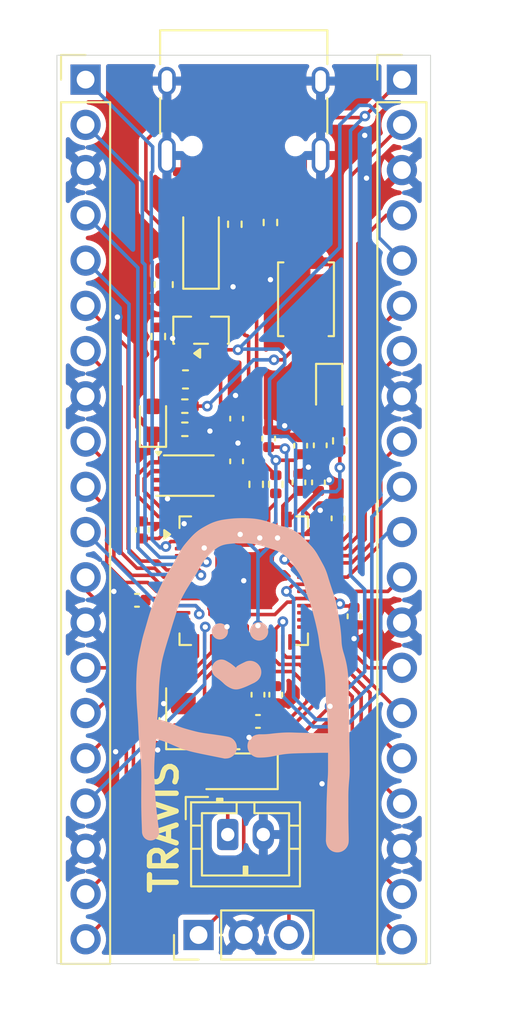
<source format=kicad_pcb>
(kicad_pcb (version 20241229) (generator "pcbnew") (generator_version "9.0")
  (layers (0 "F.Cu" signal) (2 "B.Cu" signal) (13 "F.Paste" user) (15 "B.Paste" user) (5 "F.SilkS" user "F.Silkscreen") (7 "B.SilkS" user "B.Silkscreen") (1 "F.Mask" user) (3 "B.Mask" user) (25 "Edge.Cuts" user))
  (net 0 "")
  (net 1 "GND")
  (net 2 "+3V3")
  (net 3 "VBUS")
  (net 4 "XIN")
  (net 5 "XOUT")
  (net 6 "Net-(D1-A)")
  (net 7 "Net-(D2-A)")
  (net 8 "Net-(D3-A)")
  (net 9 "Net-(D4-A)")
  (net 10 "USB_D-")
  (net 11 "Net-(J1-CC1)")
  (net 12 "USB_D+")
  (net 13 "Net-(J1-CC2)")
  (net 14 "GPIO14")
  (net 15 "GPIO2")
  (net 16 "GPIO9")
  (net 17 "GPIO12")
  (net 18 "GPIO11")
  (net 19 "GPIO1")
  (net 20 "GPIO5")
  (net 21 "GPIO4")
  (net 22 "GPIO15")
  (net 23 "GPIO7")
  (net 24 "GPIO3")
  (net 25 "GPIO13")
  (net 26 "GPIO10")
  (net 27 "GPIO6")
  (net 28 "GPIO8")
  (net 29 "GPIO0")
  (net 30 "SWCLK")
  (net 31 "SWDIO")
  (net 32 "GPIO20")
  (net 33 "RUN")
  (net 34 "GPIO21")
  (net 35 "GPIO16")
  (net 36 "GPIO17")
  (net 37 "GPIO18")
  (net 38 "GPIO28{slash}ADC2")
  (net 39 "GPIO22")
  (net 40 "GPIO23")
  (net 41 "GPIO24")
  (net 42 "GPIO29{slash}ADC3")
  (net 43 "GPIO19")
  (net 44 "GPIO27{slash}ADC1")
  (net 45 "GPIO26{slash}ADC0")
  (net 46 "Net-(U1-USB_DM)")
  (net 47 "Net-(U1-USB_DP)")
  (net 48 "Net-(R5-Pad1)")
  (net 49 "Net-(R6-Pad1)")
  (net 50 "QSPI_SS")
  (net 51 "GPIO25")
  (net 52 "+1V1")
  (net 53 "QSPI_SCLK")
  (net 54 "QSPI_SD1")
  (net 55 "QSPI_SD2")
  (net 56 "QSPI_SD0")
  (net 57 "QSPI_SD3")
  (footprint "Capacitor_SMD:C_0402_1005Metric" (layer "F.Cu") (at 47.3 67.5 90)
    (property "Reference" "C17" (hide yes))
    (property "Value" "0.1uF" (hide yes))
  )
  (footprint "Crystal:Crystal_SMD_3225-4Pin_3.2x2.5mm" (layer "F.Cu") (at 45.4 84.35)
    (property "Reference" "Y1" (hide yes))
    (property "Value" "12 MHz" (hide yes))
  )
  (footprint "Package_TO_SOT_SMD:SOT-23" (layer "F.Cu") (at 45.3 62.5375 90)
    (property "Reference" "U2" (hide yes))
    (property "Value" "MCP1700x-330xxTT" (hide yes))
  )
  (footprint "Capacitor_SMD:C_0402_1005Metric" (layer "F.Cu") (at 42.6 84.42 -90)
    (property "Reference" "C15" (hide yes))
    (property "Value" "33pF" (hide yes))
  )
  (footprint "Capacitor_SMD:C_0402_1005Metric" (layer "F.Cu") (at 41.7 77.7 180)
    (property "Reference" "C8" (hide yes))
    (property "Value" "0.1uF" (hide yes))
  )
  (footprint "Capacitor_SMD:C_0402_1005Metric" (layer "F.Cu") (at 49.1 68.62 90)
    (property "Reference" "C11" (hide yes))
    (property "Value" "0.1uF" (hide yes))
  )
  (footprint "Package_SON:Winbond_USON-8-1EP_3x2mm_P0.5mm_EP0.2x1.6mm" (layer "F.Cu") (at 44.4 70.7)
    (property "Reference" "U3" (hide yes))
    (property "Value" "W25Q16JVZPIQ TR" (hide yes))
  )
  (footprint "Capacitor_SMD:C_0402_1005Metric" (layer "F.Cu") (at 48.5 83 -90)
    (property "Reference" "C6" (hide yes))
    (property "Value" "0.1uF" (hide yes))
  )
  (footprint "Capacitor_SMD:C_0402_1005Metric" (layer "F.Cu") (at 51.9 71.08 90)
    (property "Reference" "C1" (hide yes))
    (property "Value" "0.1uF" (hide yes))
  )
  (footprint "Resistor_SMD:R_0402_1005Metric" (layer "F.Cu") (at 53.1 68.75 90)
    (property "Reference" "R9" (hide yes))
    (property "Value" "1K" (hide yes))
  )
  (footprint "Capacitor_SMD:C_0402_1005Metric" (layer "F.Cu") (at 48.5 84.5 180)
    (property "Reference" "C16" (hide yes))
    (property "Value" "33pF" (hide yes))
  )
  (footprint "Capacitor_SMD:C_0402_1005Metric" (layer "F.Cu") (at 52 69 90)
    (property "Reference" "C9" (hide yes))
    (property "Value" "1uF" (hide yes))
  )
  (footprint "LED_SMD:LED_0603_1608Metric" (layer "F.Cu") (at 52.5 65.9125 -90)
    (property "Reference" "D4" (hide yes))
    (property "Value" "LED" (hide yes))
  )
  (footprint "Package_DFN_QFN:QFN-56-1EP_7x7mm_P0.4mm_EP3.2x3.2mm" (layer "F.Cu") (at 47.7 76.6)
    (property "Reference" "U1" (hide yes))
    (property "Value" "RP2040" (hide yes))
  )
  (footprint "Capacitor_SMD:C_0402_1005Metric" (layer "F.Cu") (at 49.5 83 -90)
    (property "Reference" "C12" (hide yes))
    (property "Value" "1uF" (hide yes))
  )
  (footprint "Capacitor_SMD:C_0402_1005Metric" (layer "F.Cu") (at 42 73.75 90)
    (property "Reference" "C7" (hide yes))
    (property "Value" "0.1uF" (hide yes))
  )
  (footprint "Capacitor_SMD:C_0402_1005Metric" (layer "F.Cu") (at 53.9 78.6 -90)
    (property "Reference" "C5" (hide yes))
    (property "Value" "0.1uF" (hide yes))
  )
  (footprint "Capacitor_SMD:C_0402_1005Metric" (layer "F.Cu") (at 47.3 69.9 90)
    (property "Reference" "C10" (hide yes))
    (property "Value" "0.1uF" (hide yes))
  )
  (footprint "Capacitor_SMD:C_0603_1608Metric" (layer "F.Cu") (at 43.2 59.975 -90)
    (property "Reference" "C13" (hide yes))
    (property "Value" "10uF" (hide yes))
  )
  (footprint "Connector_PinHeader_2.54mm:PinHeader_1x03_P2.54mm_Vertical" (layer "F.Cu") (at 45.16 96.49 90)
    (property "Reference" "J4" (hide yes))
    (property "Value" "Conn_01x03" (hide yes))
  )
  (footprint "Button_Switch_SMD:SW_Push_SPST_NO_Alps_SKRK" (layer "F.Cu") (at 51.2 60.8 -90)
    (property "Reference" "SW1" (hide yes))
    (property "Value" "SW_Push" (hide yes))
  )
  (footprint "Resistor_SMD:R_0402_1005Metric" (layer "F.Cu") (at 44.39 66.8 180)
    (property "Reference" "R6" (hide yes))
    (property "Value" "1K" (hide yes))
  )
  (footprint "Capacitor_SMD:C_0402_1005Metric" (layer "F.Cu") (at 50.8 71.08 90)
    (property "Reference" "C2" (hide yes))
    (property "Value" "0.1uF" (hide yes))
  )
  (footprint "Connector_JST:JST_PH_B2B-PH-K_1x02_P2.00mm_Vertical" (layer "F.Cu") (at 46.8 90.85)
    (property "Reference" "J2" (hide yes))
    (property "Value" "Conn_01x02" (hide yes))
  )
  (footprint "Capacitor_SMD:C_0603_1608Metric" (layer "F.Cu") (at 44.425 65.3 180)
    (property "Reference" "C14" (hide yes))
    (property "Value" "10uF" (hide yes))
  )
  (footprint "Connector_PinHeader_2.54mm:PinHeader_1x20_P2.54mm_Vertical" (layer "F.Cu") (at 56.59 48.47)
    (property "Reference" "J5" (hide yes))
    (property "Value" "Conn_01x20" (hide yes))
  )
  (footprint "Connector_PinHeader_2.54mm:PinHeader_1x20_P2.54mm_Vertical" (layer "F.Cu") (at 38.81 48.47)
    (property "Reference" "J3" (hide yes))
    (property "Value" "Conn_01x20" (hide yes))
  )
  (footprint "LED_SMD:LED_0603_1608Metric" (layer "F.Cu") (at 42.6 67.6 90)
    (property "Reference" "D3" (hide yes))
    (property "Value" "LED" (hide yes))
  )
  (footprint "Diode_SMD:D_SOD-123" (layer "F.Cu") (at 45.3 57.85 90)
    (property "Reference" "D1" (hide yes))
    (property "Value" "1N4148WT" (hide yes))
  )
  (footprint "Capacitor_SMD:C_0402_1005Metric" (layer "F.Cu") (at 50.9 69.02 90)
    (property "Reference" "C3" (hide yes))
    (property "Value" "0.1uF" (hide yes))
  )
  (footprint "Diode_SMD:D_SOD-123" (layer "F.Cu") (at 47.25 87.3 180)
    (property "Reference" "D2" (hide yes))
    (property "Value" "1N4148WT" (hide yes))
  )
  (footprint "Resistor_SMD:R_0402_1005Metric" (layer "F.Cu") (at 49.5 71.19 -90)
    (property "Reference" "R3" (hide yes))
    (property "Value" "27" (hide yes))
  )
  (footprint "Capacitor_SMD:C_0402_1005Metric" (layer "F.Cu") (at 53 73.1 90)
    (property "Reference" "C4" (hide yes))
    (property "Value" "0.1uF" (hide yes))
  )
  (footprint "Resistor_SMD:R_0402_1005Metric" (layer "F.Cu") (at 47.2 56.59 -90)
    (property "Reference" "R2" (hide yes))
    (property "Value" "5.1K" (hide yes))
  )
  (footprint "Resistor_SMD:R_0402_1005Metric" (layer "F.Cu") (at 44.39 68.1 180)
    (property "Reference" "R7" (hide yes))
    (property "Value" "10K" (hide yes))
  )
  (footprint "Resistor_SMD:R_0402_1005Metric" (layer "F.Cu") (at 42.9 62.89 -90)
    (property "Reference" "R8" (hide yes))
    (property "Value" "1K" (hide yes))
  )
  (footprint "Resistor_SMD:R_0402_1005Metric" (layer "F.Cu") (at 48.4 71.19 -90)
    (property "Reference" "R4" (hide yes))
    (property "Value" "27" (hide yes))
  )
  (footprint "Resistor_SMD:R_0402_1005Metric" (layer "F.Cu") (at 49.2 56.49 -90)
    (property "Reference" "R1" (hide yes))
    (property "Value" "5.1K" (hide yes))
  )
  (footprint "Resistor_SMD:R_0402_1005Metric" (layer "F.Cu") (at 47 82.1)
    (property "Reference" "R5" (hide yes))
    (property "Value" "1K" (hide yes))
  )
  (footprint "Connector_USB:USB_C_Receptacle_HRO_TYPE-C-31-M-12" (layer "F.Cu") (at 47.7 49.6 180)
    (property "Reference" "J1" (hide yes))
    (property "Value" "USB_C_Receptacle_USB2.0_14P" (hide yes))
  )
  (gr_poly (pts (xy 50.322491 85.119598) (xy 50.409506 85.121301) (xy 50.497249 85.124162) (xy 50.819511 85.134746) (xy 51.081448 85.141096) (xy 51.778891 85.155913) (xy 52.002397 85.159749) (xy 52.20725 85.161733) (xy 52.393451 85.161866) (xy 52.560998 85.160146) (xy 52.703543 85.15836) (xy 52.814734 85.158294) (xy 52.894572 85.159947) (xy 52.922734 85.161419) (xy 52.943057 85.163321) (xy 52.959676 85.165669) (xy 52.976196 85.16848) (xy 52.992616 85.171755) (xy 53.008938 85.175492) (xy 53.02516 85.179692) (xy 53.041283 85.184355) (xy 53.057307 85.189482) (xy 53.073231 85.195071) (xy 53.088726 85.201371) (xy 53.103989 85.208102) (xy 53.119021 85.215262) (xy 53.133821 85.222852) (xy 53.14839 85.230872) (xy 53.162727 85.239322) (xy 53.176833 85.248203) (xy 53.190706 85.257513) (xy 53.204299 85.267219) (xy 53.217562 85.27729) (xy 53.230493 85.287725) (xy 53.243094 85.298523) (xy 53.255364 85.309685) (xy 53.267304 85.321211) (xy 53.278912 85.333101) (xy 53.29019 85.345354) (xy 53.301104 85.358186) (xy 53.311621 85.371283) (xy 53.321741 85.384645) (xy 53.331465 85.398271) (xy 53.340791 85.412161) (xy 53.349721 85.426316) (xy 53.358254 85.440736) (xy 53.36639 85.455421) (xy 53.373848 85.470336) (xy 53.380876 85.485451) (xy 53.387474 85.500763) (xy 53.393642 85.516275) (xy 53.39938 85.531984) (xy 53.404688 85.547893) (xy 53.409567 85.563999) (xy 53.414015 85.580305) (xy 53.417736 85.596477) (xy 53.42096 85.612715) (xy 53.423689 85.62902) (xy 53.425921 85.645391) (xy 53.427658 85.661829) (xy 53.428898 85.678332) (xy 53.429642 85.694902) (xy 53.42989 85.711538) (xy 53.429642 85.72819) (xy 53.428898 85.744809) (xy 53.427658 85.761395) (xy 53.425921 85.777947) (xy 53.423689 85.794467) (xy 53.42096 85.810954) (xy 53.417736 85.827408) (xy 53.414015 85.843828) (xy 53.409567 85.859886) (xy 53.404688 85.875778) (xy 53.39938 85.891504) (xy 53.393642 85.907064) (xy 53.387474 85.92246) (xy 53.380876 85.93769) (xy 53.373848 85.952754) (xy 53.36639 85.967654) (xy 53.358254 85.982338) (xy 53.349721 85.996758) (xy 53.340791 86.010913) (xy 53.331465 86.024804) (xy 53.321741 86.03843) (xy 53.311621 86.051792) (xy 53.301104 86.064889) (xy 53.29019 86.077721) (xy 53.278912 86.089975) (xy 53.267304 86.101864) (xy 53.255364 86.11339) (xy 53.243094 86.124552) (xy 53.230493 86.135351) (xy 53.217562 86.145785) (xy 53.204299 86.155856) (xy 53.190706 86.165563) (xy 53.176833 86.174873) (xy 53.162727 86.183753) (xy 53.14839 86.192203) (xy 53.133821 86.200223) (xy 53.119021 86.207813) (xy 53.103989 86.214973) (xy 53.088726 86.221703) (xy 53.073231 86.228004) (xy 53.057307 86.233593) (xy 53.041283 86.23872) (xy 53.02516 86.243383) (xy 53.008938 86.247583) (xy 52.992616 86.251321) (xy 52.976196 86.254595) (xy 52.959676 86.257406) (xy 52.943057 86.259754) (xy 52.87744 86.26822) (xy 52.560998 86.262929) (xy 52.393451 86.26121) (xy 52.20725 86.261342) (xy 52.002397 86.263326) (xy 51.778891 86.267162) (xy 51.081448 86.281978) (xy 50.819776 86.288329) (xy 50.498308 86.298913) (xy 50.411508 86.302848) (xy 50.326791 86.307776) (xy 50.244158 86.313696) (xy 50.163609 86.320608) (xy 50.085144 86.328513) (xy 50.008762 86.337409) (xy 49.934463 86.347298) (xy 49.862249 86.358179) (xy 49.724136 86.381264) (xy 49.593432 86.40501) (xy 49.470136 86.429418) (xy 49.354249 86.454488) (xy 49.297016 86.466427) (xy 49.23803 86.477374) (xy 49.177292 86.487329) (xy 49.114801 86.496291) (xy 49.050556 86.504262) (xy 48.984559 86.51124) (xy 48.916809 86.517226) (xy 48.847307 86.52222) (xy 48.779689 86.525941) (xy 48.717595 86.528637) (xy 48.661024 86.530307) (xy 48.609976 86.530952) (xy 48.564451 86.530572) (xy 48.559105 86.530384) (xy 48.557274 86.530406) (xy 48.530865 86.529629) (xy 48.504258 86.528025) (xy 48.495356 86.527115) (xy 48.489971 86.526736) (xy 48.480037 86.52555) (xy 48.477883 86.52533) (xy 48.47643 86.525119) (xy 48.461016 86.523279) (xy 48.434723 86.51855) (xy 48.428175 86.517107) (xy 48.425826 86.516665) (xy 48.419573 86.515211) (xy 48.40876 86.512829) (xy 48.404335 86.511669) (xy 48.400145 86.510695) (xy 48.392181 86.508486) (xy 48.383129 86.506115) (xy 48.377953 86.504538) (xy 48.374695 86.503635) (xy 48.369967 86.502106) (xy 48.357828 86.498409) (xy 48.332858 86.489711) (xy 48.308218 86.48002) (xy 48.28391 86.469337) (xy 48.259932 86.457662) (xy 48.248236 86.451465) (xy 48.236698 86.445045) (xy 48.225317 86.438401) (xy 48.214093 86.431535) (xy 48.203026 86.424445) (xy 48.192116 86.417131) (xy 48.181363 86.409595) (xy 48.170767 86.401835) (xy 48.160329 86.393852) (xy 48.150047 86.385646) (xy 48.139923 86.377217) (xy 48.129955 86.368564) (xy 48.120145 86.359688) (xy 48.110492 86.350589) (xy 48.100996 86.341266) (xy 48.094624 86.334753) (xy 48.094609 86.334738) (xy 48.094577 86.334705) (xy 48.091657 86.331721) (xy 48.088625 86.328537) (xy 48.085472 86.325271) (xy 48.084133 86.323822) (xy 48.082508 86.322117) (xy 48.078205 86.317411) (xy 48.076551 86.315622) (xy 48.075992 86.314991) (xy 48.073583 86.312357) (xy 48.064881 86.302439) (xy 48.056402 86.292364) (xy 48.048146 86.282132) (xy 48.040113 86.271743) (xy 48.032304 86.261197) (xy 48.024718 86.250494) (xy 48.017355 86.239634) (xy 48.010215 86.228616) (xy 48.003299 86.217442) (xy 47.996606 86.20611) (xy 47.990136 86.194621) (xy 47.983889 86.182975) (xy 47.977866 86.171172) (xy 47.972066 86.159212) (xy 47.961201 86.134738) (xy 47.959464 86.130371) (xy 47.957778 86.126404) (xy 47.952875 86.114183) (xy 47.94822 86.101864) (xy 47.943813 86.089445) (xy 47.939654 86.076927) (xy 47.935743 86.06431) (xy 47.93208 86.051593) (xy 47.928665 86.038778) (xy 47.925499 86.025863) (xy 47.920207 85.999884) (xy 47.915974 85.973806) (xy 47.912799 85.947628) (xy 47.911846 85.935803) (xy 47.911228 85.929587) (xy 47.910919 85.924287) (xy 47.910682 85.921352) (xy 47.910539 85.917773) (xy 47.90969 85.903228) (xy 47.909243 85.876935) (xy 47.909888 85.850708) (xy 47.911625 85.824547) (xy 47.914452 85.798453) (xy 47.918371 85.772424) (xy 47.923382 85.746462) (xy 47.924784 85.740497) (xy 47.92535 85.737715) (xy 47.927408 85.729332) (xy 47.929434 85.720715) (xy 47.930222 85.717874) (xy 47.931584 85.712331) (xy 47.936187 85.696383) (xy 47.936479 85.695332) (xy 47.936594 85.694974) (xy 47.938843 85.687179) (xy 47.947128 85.662259) (xy 47.956438 85.63757) (xy 47.966774 85.613112) (xy 47.972442 85.60102) (xy 47.978333 85.589085) (xy 47.984447 85.577307) (xy 47.990785 85.565686) (xy 47.997345 85.554222) (xy 48.004129 85.542915) (xy 48.011137 85.531766) (xy 48.018367 85.520773) (xy 48.020354 85.517885) (xy 48.020752 85.517284) (xy 48.023455 85.513377) (xy 48.025821 85.509937) (xy 48.026177 85.509442) (xy 48.028223 85.506485) (xy 48.0359 85.495852) (xy 48.043784 85.485385) (xy 48.051874 85.475083) (xy 48.060171 85.464946) (xy 48.068675 85.454974) (xy 48.077386 85.445168) (xy 48.086303 85.435527) (xy 48.095427 85.426052) (xy 48.104758 85.416742) (xy 48.114295 85.407597) (xy 48.124039 85.398618) (xy 48.13399 85.389804) (xy 48.141306 85.383656) (xy 48.141349 85.383619) (xy 48.141441 85.383543) (xy 48.144243 85.381188) (xy 48.145725 85.379992) (xy 48.151473 85.375227) (xy 48.161771 85.36705) (xy 48.172243 85.359087) (xy 48.182888 85.35134) (xy 48.193707 85.343808) (xy 48.2047 85.33649) (xy 48.215866 85.329388) (xy 48.227206 85.3225) (xy 48.23872 85.315828) (xy 48.250407 85.30937) (xy 48.262222 85.303148) (xy 48.27412 85.297183) (xy 48.286101 85.291474) (xy 48.298165 85.286021) (xy 48.310311 85.280824) (xy 48.322539 85.275884) (xy 48.334851 85.2712) (xy 48.347245 85.266772) (xy 48.358631 85.262966) (xy 48.363649 85.261283) (xy 48.37625 85.257351) (xy 48.388917 85.253693) (xy 48.40165 85.250307) (xy 48.414449 85.247194) (xy 48.427314 85.244354) (xy 48.440246 85.241787) (xy 48.453243 85.239492) (xy 48.466307 85.237471) (xy 48.471519 85.236776) (xy 48.554149 85.222587) (xy 48.766874 85.221529) (xy 48.820931 85.221033) (xy 48.876213 85.219545) (xy 48.932718 85.217064) (xy 48.990447 85.213591) (xy 49.049399 85.209126) (xy 49.109575 85.203669) (xy 49.170975 85.19722) (xy 49.233599 85.189779) (xy 49.364832 85.174367) (xy 49.50559 85.159881) (xy 49.655873 85.146321) (xy 49.815682 85.133687) (xy 49.898331 85.128445) (xy 49.981708 85.124361) (xy 50.065812 85.121434) (xy 50.150644 85.119665) (xy 50.236204 85.119053)) (fill yes) (layer "B.SilkS"))
  (gr_poly (pts (xy 42.9 84.4) (xy 42.916438 84.400645) (xy 42.932941 84.401786) (xy 42.949511 84.403423) (xy 42.966146 84.405556) (xy 43.031763 84.415081) (xy 43.301638 84.488106) (xy 43.368776 84.507139) (xy 43.435253 84.527727) (xy 43.501068 84.54987) (xy 43.566221 84.573566) (xy 43.630714 84.598817) (xy 43.694544 84.625623) (xy 43.757714 84.653983) (xy 43.820221 84.683897) (xy 43.885309 84.714291) (xy 43.955688 84.744619) (xy 44.031359 84.774881) (xy 44.112321 84.805077) (xy 44.198575 84.835206) (xy 44.290121 84.86527) (xy 44.386959 84.895267) (xy 44.489088 84.925197) (xy 44.68607 84.980165) (xy 44.858975 85.026533) (xy 45.007804 85.064303) (xy 45.132555 85.093473) (xy 45.190813 85.105842) (xy 45.252874 85.118079) (xy 45.318739 85.130183) (xy 45.388407 85.142156) (xy 45.461878 85.153996) (xy 45.539153 85.165704) (xy 45.705113 85.188723) (xy 46.053569 85.236348) (xy 46.406788 85.288206) (xy 46.568911 85.314003) (xy 46.698623 85.33636) (xy 46.795924 85.355278) (xy 46.818312 85.360289) (xy 46.82015 85.360635) (xy 46.844739 85.366258) (xy 46.868965 85.372806) (xy 46.892827 85.380281) (xy 46.903756 85.384188) (xy 46.908636 85.385904) (xy 46.910263 85.386514) (xy 46.916326 85.388682) (xy 46.920205 85.390245) (xy 46.920323 85.39029) (xy 46.931903 85.394916) (xy 46.934071 85.395836) (xy 46.93946 85.398008) (xy 46.954288 85.404684) (xy 46.95474 85.404887) (xy 46.954758 85.404896) (xy 46.962231 85.408261) (xy 46.984638 85.41944) (xy 46.9958 85.425492) (xy 47.006797 85.431743) (xy 47.017628 85.438192) (xy 47.028294 85.444839) (xy 47.038795 85.451686) (xy 47.04913 85.45873) (xy 47.0593 85.465973) (xy 47.069304 85.473414) (xy 47.079144 85.481054) (xy 47.088817 85.488893) (xy 47.098326 85.496929) (xy 47.107669 85.505165) (xy 47.116847 85.513598) (xy 47.125859 85.52223) (xy 47.128509 85.524876) (xy 47.128815 85.52517) (xy 47.131829 85.52819) (xy 47.134706 85.531061) (xy 47.134988 85.531354) (xy 47.137616 85.533988) (xy 47.146244 85.542996) (xy 47.154699 85.552194) (xy 47.162979 85.561583) (xy 47.171086 85.571162) (xy 47.17902 85.58093) (xy 47.18678 85.59089) (xy 47.194341 85.601006) (xy 47.201679 85.611246) (xy 47.208794 85.62161) (xy 47.215685 85.632099) (xy 47.222354 85.642711) (xy 47.228799 85.653447) (xy 47.23502 85.664308) (xy 47.241019 85.675292) (xy 47.246794 85.6864) (xy 47.252346 85.697633) (xy 47.257675 85.708989) (xy 47.262781 85.720469) (xy 47.267663 85.732074) (xy 47.272323 85.743802) (xy 47.276759 85.755654) (xy 47.280971 85.767631) (xy 47.282235 85.77169) (xy 47.283501 85.775436) (xy 47.287259 85.787375) (xy 47.290761 85.799381) (xy 47.294006 85.811453) (xy 47.296995 85.82359) (xy 47.299727 85.835794) (xy 47.302204 85.848064) (xy 47.304424 85.860401) (xy 47.306388 85.872803) (xy 47.308095 85.885272) (xy 47.309546 85.897806) (xy 47.311696 85.922909) (xy 47.312853 85.947945) (xy 47.313019 85.972915) (xy 47.312192 85.997818) (xy 47.311988 86.0006) (xy 47.311927 86.002035) (xy 47.311134 86.014487) (xy 47.310075 86.026906) (xy 47.308752 86.039292) (xy 47.307165 86.051644) (xy 47.305313 86.063964) (xy 47.303196 86.07625) (xy 47.300815 86.088504) (xy 47.298169 86.100724) (xy 47.295259 86.112911) (xy 47.293025 86.121111) (xy 47.292943 86.121444) (xy 47.292744 86.122142) (xy 47.288644 86.137187) (xy 47.28659 86.143651) (xy 47.285998 86.14572) (xy 47.28417 86.151265) (xy 47.280971 86.16133) (xy 47.276887 86.173307) (xy 47.272571 86.185159) (xy 47.268023 86.196888) (xy 47.263244 86.208493) (xy 47.258234 86.219973) (xy 47.252991 86.231329) (xy 47.247518 86.242562) (xy 47.241813 86.25367) (xy 47.235876 86.264655) (xy 47.229708 86.275515) (xy 47.223309 86.286251) (xy 47.216677 86.296864) (xy 47.209815 86.307352) (xy 47.202721 86.317716) (xy 47.195395 86.327957) (xy 47.190523 86.334478) (xy 47.189988 86.335212) (xy 47.189353 86.336045) (xy 47.187838 86.338073) (xy 47.186422 86.339891) (xy 47.182414 86.34515) (xy 47.174642 86.354923) (xy 47.166671 86.36453) (xy 47.158502 86.373973) (xy 47.150135 86.38325) (xy 47.141569 86.392361) (xy 47.132805 86.401307) (xy 47.123842 86.410088) (xy 47.114681 86.418704) (xy 47.105321 86.427154) (xy 47.095763 86.435439) (xy 47.086043 86.443406) (xy 47.08401 86.445009) (xy 47.083261 86.445625) (xy 47.073418 86.453406) (xy 47.063401 86.461004) (xy 47.05321 86.468421) (xy 47.042846 86.475655) (xy 47.032341 86.482555) (xy 47.021729 86.489232) (xy 47.011009 86.495685) (xy 47.000182 86.501915) (xy 46.989247 86.507922) (xy 46.978205 86.513706) (xy 46.975464 86.515073) (xy 46.970946 86.517394) (xy 46.959738 86.52288) (xy 46.948406 86.528159) (xy 46.936951 86.533231) (xy 46.925371 86.538097) (xy 46.901724 86.546878) (xy 46.877878 86.5547) (xy 46.853834 86.561563) (xy 46.84236 86.564357) (xy 46.83748 86.565631) (xy 46.834122 86.566363) (xy 46.829592 86.567466) (xy 46.822303 86.568941) (xy 46.812989 86.570972) (xy 46.807493 86.571937) (xy 46.805151 86.572411) (xy 46.800602 86.573146) (xy 46.7884 86.575288) (xy 46.782488 86.576076) (xy 46.780512 86.576396) (xy 46.775607 86.576993) (xy 46.763711 86.578579) (xy 46.759231 86.578988) (xy 46.755674 86.579422) (xy 46.743427 86.580433) (xy 46.738923 86.580845) (xy 46.737706 86.580905) (xy 46.730638 86.581489) (xy 46.629038 86.58678) (xy 46.22158 86.505289) (xy 45.455346 86.350773) (xy 45.281383 86.314789) (xy 45.118267 86.279864) (xy 44.965999 86.245997) (xy 44.824579 86.213189) (xy 44.690766 86.179653) (xy 44.561319 86.144663) (xy 44.436237 86.108216) (xy 44.315521 86.070315) (xy 44.253658 86.049131) (xy 44.186603 86.02474) (xy 44.114355 85.99714) (xy 44.036915 85.966333) (xy 43.954282 85.932317) (xy 43.866457 85.895093) (xy 43.77344 85.854662) (xy 43.67523 85.811022) (xy 43.576573 85.767465) (xy 43.482216 85.727282) (xy 43.392159 85.690472) (xy 43.3064 85.657035) (xy 43.224942 85.626972) (xy 43.147783 85.600282) (xy 43.074923 85.576966) (xy 43.006363 85.557023) (xy 42.886705 85.523487) (xy 42.792315 85.495904) (xy 42.723193 85.474274) (xy 42.698107 85.465692) (xy 42.679338 85.458597) (xy 42.664108 85.452033) (xy 42.649109 85.445038) (xy 42.634342 85.437613) (xy 42.619807 85.429758) (xy 42.605503 85.421473) (xy 42.59143 85.412759) (xy 42.577589 85.403614) (xy 42.56398 85.394039) (xy 42.55042 85.384068) (xy 42.537257 85.373732) (xy 42.524491 85.363033) (xy 42.512121 85.35197) (xy 42.500149 85.340544) (xy 42.488573 85.328753) (xy 42.477395 85.316599) (xy 42.466613 85.304081) (xy 42.45598 85.291) (xy 42.445777 85.277688) (xy 42.436004 85.264145) (xy 42.426661 85.25037) (xy 42.417748 85.236364) (xy 42.409265 85.222126) (xy 42.401211 85.207657) (xy 42.393588 85.192956) (xy 42.386428 85.177809) (xy 42.379764 85.162529) (xy 42.373595 85.147117) (xy 42.367923 85.131572) (xy 42.362748 85.115896) (xy 42.358068 85.100087) (xy 42.353884 85.084146) (xy 42.350196 85.068073) (xy 42.34674 85.051669) (xy 42.34378 85.035264) (xy 42.341316 85.01886) (xy 42.339348 85.002456) (xy 42.337877 84.986052) (xy 42.336901 84.969648) (xy 42.336421 84.953243) (xy 42.336438 84.936839) (xy 42.337215 84.920204) (xy 42.338489 84.903634) (xy 42.340258 84.887131) (xy 42.342523 84.870694) (xy 42.345285 84.854322) (xy 42.348543 84.838017) (xy 42.352296 84.821779) (xy 42.356546 84.805606) (xy 42.361028 84.789549) (xy 42.366005 84.773657) (xy 42.371479 84.757931) (xy 42.377448 84.74237) (xy 42.383914 84.726975) (xy 42.390876 84.711745) (xy 42.398334 84.69668) (xy 42.406288 84.681781) (xy 42.414689 84.667378) (xy 42.423486 84.653272) (xy 42.43268 84.639464) (xy 42.442271 84.625954) (xy 42.452259 84.612742) (xy 42.462644 84.599826) (xy 42.473426 84.587209) (xy 42.484605 84.574889) (xy 42.496147 84.5629) (xy 42.50802 84.551275) (xy 42.520224 84.540014) (xy 42.532759 84.529116) (xy 42.545624 84.518583) (xy 42.55882 84.508413) (xy 42.572347 84.498607) (xy 42.586205 84.489165) (xy 42.600095 84.480384) (xy 42.61425 84.472033) (xy 42.62867 84.464112) (xy 42.643355 84.456621) (xy 42.658304 84.449559) (xy 42.673517 84.442928) (xy 42.688995 84.436727) (xy 42.704738 84.430956) (xy 42.720663 84.425648) (xy 42.736686 84.420836) (xy 42.75281 84.41652) (xy 42.769032 84.4127) (xy 42.785353 84.409376) (xy 42.801774 84.406548) (xy 42.818294 84.404217) (xy 42.834913 84.402381) (xy 42.851086 84.401041) (xy 42.867324 84.400198) (xy 42.883629 84.399851)) (fill yes) (layer "B.SilkS"))
  (gr_poly (pts (xy 46.371762 78.990532) (xy 46.38562 78.991123) (xy 46.399581 78.992248) (xy 46.413417 78.993769) (xy 46.42713 78.995687) (xy 46.440719 78.998002) (xy 46.454184 79.000714) (xy 46.467525 79.003823) (xy 46.480742 79.007329) (xy 46.493834 79.011231) (xy 46.506803 79.015531) (xy 46.519648 79.020227) (xy 46.532368 79.02532) (xy 46.544965 79.030811) (xy 46.557438 79.036698) (xy 46.569786 79.042981) (xy 46.582011 79.049662) (xy 46.594111 79.05674) (xy 46.606001 79.06416) (xy 46.617593 79.071871) (xy 46.628888 79.07987) (xy 46.639884 79.088159) (xy 46.650583 79.096737) (xy 46.660985 79.105605) (xy 46.671089 79.114762) (xy 46.680895 79.124208) (xy 46.690403 79.133944) (xy 46.699614 79.143969) (xy 46.708527 79.154284) (xy 46.717143 79.164888) (xy 46.72546 79.175781) (xy 46.733481 79.186964) (xy 46.741203 79.198436) (xy 46.748628 79.210198) (xy 46.806836 79.306506) (xy 46.813186 79.41869) (xy 46.813778 79.432671) (xy 46.813964 79.44657) (xy 46.813745 79.460386) (xy 46.81312 79.47412) (xy 46.812091 79.487771) (xy 46.810657 79.501339) (xy 46.808817 79.514824) (xy 46.806572 79.528227) (xy 46.803922 79.541547) (xy 46.800867 79.554785) (xy 46.797407 79.567939) (xy 46.793541 79.581012) (xy 46.789271 79.594001) (xy 46.784595 79.606908) (xy 46.779514 79.619732) (xy 46.774028 79.632473) (xy 46.768042 79.645177) (xy 46.761725 79.657625) (xy 46.755077 79.669817) (xy 46.748099 79.681752) (xy 46.74079 79.693431) (xy 46.73315 79.704853) (xy 46.725179 79.716019) (xy 46.716878 79.726929) (xy 46.708246 79.737583) (xy 46.699283 79.74798) (xy 46.68999 79.758121) (xy 46.680366 79.768006) (xy 46.670411 79.777634) (xy 46.660125 79.787006) (xy 46.649509 79.796122) (xy 46.638562 79.804981) (xy 46.627491 79.813518) (xy 46.616237 79.821666) (xy 46.604802 79.829426) (xy 46.593186 79.836797) (xy 46.581387 79.84378) (xy 46.569406 79.850374) (xy 46.557244 79.856579) (xy 46.544899 79.862396) (xy 46.532373 79.867824) (xy 46.519664 79.872863) (xy 46.506774 79.877514) (xy 46.493702 79.881777) (xy 46.480448 79.88565) (xy 46.467012 79.889135) (xy 46.453394 79.892232) (xy 46.439595 79.894939) (xy 46.425973 79.897242) (xy 46.412359 79.899123) (xy 46.398754 79.900583) (xy 46.385157 79.90162) (xy 46.371568 79.902236) (xy 46.357987 79.902431) (xy 46.344415 79.902203) (xy 46.330851 79.901554) (xy 46.317295 79.900483) (xy 46.303748 79.898991) (xy 46.290209 79.897077) (xy 46.276678 79.894741) (xy 46.263155 79.891984) (xy 46.249641 79.888804) (xy 46.236134 79.885204) (xy 46.222637 79.881181) (xy 46.209383 79.876894) (xy 46.196344 79.872235) (xy 46.18352 79.867204) (xy 46.17091 79.861801) (xy 46.158516 79.856025) (xy 46.146337 79.849878) (xy 46.134373 79.843358) (xy 46.122624 79.836467) (xy 46.11109 79.829203) (xy 46.099771 79.821567) (xy 46.088666 79.81356) (xy 46.077777 79.80518) (xy 46.067103 79.796428) (xy 46.056644 79.787304) (xy 46.046399 79.777808) (xy 46.03637 79.76794) (xy 46.026502 79.75791) (xy 46.017006 79.747666) (xy 46.007882 79.737207) (xy 45.99913 79.726532) (xy 45.99075 79.715643) (xy 45.982742 79.704539) (xy 45.975107 79.69322) (xy 45.967843 79.681685) (xy 45.960951 79.669936) (xy 45.954432 79.657972) (xy 45.948284 79.645793) (xy 45.942509 79.633399) (xy 45.937106 79.62079) (xy 45.932075 79.607966) (xy 45.927415 79.594927) (xy 45.923128 79.581673) (xy 45.919106 79.568175) (xy 45.915505 79.554669) (xy 45.912326 79.541154) (xy 45.909568 79.527632) (xy 45.907233 79.514101) (xy 45.905318 79.500561) (xy 45.903826 79.487014) (xy 45.902755 79.473458) (xy 45.902106 79.459894) (xy 45.901879 79.446322) (xy 45.902073 79.432741) (xy 45.902689 79.419153) (xy 45.903727 79.405556) (xy 45.905186 79.39195) (xy 45.907067 79.378337) (xy 45.90937 79.364715) (xy 45.912202 79.350915) (xy 45.915406 79.337297) (xy 45.918982 79.323861) (xy 45.92293 79.310607) (xy 45.92725 79.297535) (xy 45.931942 79.284645) (xy 45.937007 79.271937) (xy 45.942443 79.25941) (xy 45.948251 79.247066) (xy 45.954432 79.234903) (xy 45.960984 79.222922) (xy 45.967909 79.211124) (xy 45.975206 79.199507) (xy 45.982875 79.188072) (xy 45.990915 79.176819) (xy 45.999328 79.165748) (xy 46.008188 79.154801) (xy 46.017303 79.144184) (xy 46.026675 79.133899) (xy 46.036304 79.123944) (xy 46.046188 79.11432) (xy 46.056329 79.105026) (xy 46.066727 79.096063) (xy 46.07738 79.087431) (xy 46.08829 79.07913) (xy 46.099457 79.07116) (xy 46.110879 79.06352) (xy 46.122558 79.056211) (xy 46.134493 79.049232) (xy 46.146685 79.042585) (xy 46.159133 79.036268) (xy 46.171837 79.030281) (xy 46.184702 79.024795) (xy 46.197633 79.019714) (xy 46.210631 79.015039) (xy 46.223695 79.010768) (xy 46.236825 79.006903) (xy 46.250021 79.003443) (xy 46.263283 79.000387) (xy 46.276611 78.997737) (xy 46.290006 78.995493) (xy 46.303467 78.993653) (xy 46.316993 78.992218) (xy 46.330586 78.991189) (xy 46.344245 78.990565) (xy 46.357971 78.990346)) (fill yes) (layer "B.SilkS"))
  (gr_poly (pts (xy 47.703296 73.087474) (xy 47.796115 73.088797) (xy 47.887181 73.091178) (xy 47.976494 73.094618) (xy 48.064055 73.099116) (xy 48.149862 73.104672) (xy 48.234232 73.1117) (xy 48.318005 73.120613) (xy 48.401184 73.131412) (xy 48.483767 73.144095) (xy 48.565755 73.158664) (xy 48.647147 73.175118) (xy 48.727944 73.193457) (xy 48.808146 73.213682) (xy 48.888381 73.235063) (xy 48.968748 73.257404) (xy 49.049248 73.280703) (xy 49.129879 73.304962) (xy 49.210644 73.33018) (xy 49.29154 73.356358) (xy 49.372569 73.383494) (xy 49.45373 73.411589) (xy 49.533584 73.439156) (xy 49.610694 73.464705) (xy 49.685058 73.488236) (xy 49.756678 73.50975) (xy 49.825552 73.529246) (xy 49.891681 73.546725) (xy 49.955065 73.562187) (xy 50.015704 73.575631) (xy 50.045428 73.582321) (xy 50.075599 73.589952) (xy 50.106216 73.598526) (xy 50.13728 73.608043) (xy 50.16879 73.618503) (xy 50.200747 73.629904) (xy 50.23315 73.642249) (xy 50.266 73.655536) (xy 50.299296 73.669766) (xy 50.333039 73.684938) (xy 50.401863 73.71811) (xy 50.472474 73.755052) (xy 50.544871 73.795765) (xy 50.617135 73.839157) (xy 50.687349 73.884665) (xy 50.755512 73.93229) (xy 50.821625 73.982031) (xy 50.885687 74.03389) (xy 50.947699 74.087865) (xy 51.00766 74.143956) (xy 51.065571 74.202165) (xy 51.288086 74.43341) (xy 51.49843 74.655131) (xy 51.523701 74.682449) (xy 51.548717 74.710429) (xy 51.597979 74.768373) (xy 51.646216 74.828962) (xy 51.693427 74.892198) (xy 51.739614 74.958079) (xy 51.784775 75.026606) (xy 51.828911 75.097779) (xy 51.872021 75.171598) (xy 51.955365 75.319434) (xy 52.035004 75.462375) (xy 52.110939 75.600421) (xy 52.18317 75.733573) (xy 52.217814 75.800083) (xy 52.251367 75.869436) (xy 52.283828 75.941635) (xy 52.315198 76.016677) (xy 52.345476 76.094564) (xy 52.374663 76.175295) (xy 52.402758 76.25887) (xy 52.429762 76.345289) (xy 52.480629 76.513763) (xy 52.528452 76.667816) (xy 52.573233 76.80745) (xy 52.614971 76.932665) (xy 52.702019 77.191162) (xy 52.802296 77.494639) (xy 52.827944 77.576561) (xy 52.851971 77.658813) (xy 52.874378 77.741396) (xy 52.895164 77.82431) (xy 52.91433 77.907555) (xy 52.931875 77.99113) (xy 52.9478 78.075036) (xy 52.962104 78.159273) (xy 53.013433 78.477566) (xy 53.037907 78.622227) (xy 53.061587 78.75723) (xy 53.084738 78.891242) (xy 53.106566 79.032927) (xy 53.127072 79.182284) (xy 53.146254 79.339313) (xy 53.163717 79.500908) (xy 53.178004 79.662899) (xy 53.189117 79.825287) (xy 53.197054 79.988072) (xy 53.201866 80.069779) (xy 53.209423 80.151386) (xy 53.219725 80.232895) (xy 53.232773 80.314304) (xy 53.248565 80.395614) (xy 53.267103 80.476824) (xy 53.288385 80.557936) (xy 53.312413 80.638948) (xy 53.337515 80.71996) (xy 53.361493 80.801071) (xy 53.384346 80.882282) (xy 53.406075 80.963591) (xy 53.42668 81.045) (xy 53.446159 81.126508) (xy 53.464515 81.208116) (xy 53.481746 81.289822) (xy 53.497621 81.373183) (xy 53.512438 81.459222) (xy 53.526196 81.54794) (xy 53.538896 81.639337) (xy 53.550538 81.733413) (xy 53.561121 81.830168) (xy 53.570646 81.929601) (xy 53.579112 82.031714) (xy 53.586173 82.136373) (xy 53.592011 82.243976) (xy 53.596625 82.354522) (xy 53.600015 82.468012) (xy 53.602181 82.584445) (xy 53.603123 82.703822) (xy 53.602842 82.826142) (xy 53.601337 82.951406) (xy 53.598427 83.191316) (xy 53.598163 83.403049) (xy 53.600544 83.586604) (xy 53.605571 83.741981) (xy 53.618536 84.019793) (xy 53.629912 84.28808) (xy 53.634543 84.421629) (xy 53.63785 84.557691) (xy 53.639834 84.696266) (xy 53.640496 84.837356) (xy 53.640496 85.124428) (xy 53.638379 85.414148) (xy 53.638048 85.566614) (xy 53.639173 85.73297) (xy 53.641753 85.913218) (xy 53.645788 86.107355) (xy 53.650352 86.29898) (xy 53.65346 86.472745) (xy 53.655114 86.628651) (xy 53.655312 86.766697) (xy 53.654255 87.018051) (xy 53.655312 87.255646) (xy 53.655114 87.314583) (xy 53.653989 87.375503) (xy 53.651939 87.438408) (xy 53.648962 87.503297) (xy 53.64506 87.57017) (xy 53.640231 87.639028) (xy 53.634476 87.709869) (xy 53.627795 87.782696) (xy 53.614632 87.927622) (xy 53.603719 88.066065) (xy 53.595054 88.198026) (xy 53.588638 88.323505) (xy 53.584206 88.454275) (xy 53.581494 88.601053) (xy 53.580501 88.763838) (xy 53.581229 88.942631) (xy 53.582287 89.286854) (xy 53.581229 89.570222) (xy 53.580237 89.705688) (xy 53.580435 89.858088) (xy 53.581825 90.027421) (xy 53.584405 90.213688) (xy 53.591283 90.582783) (xy 53.599221 90.909014) (xy 53.601867 91.049243) (xy 53.601999 91.109832) (xy 53.601338 91.164072) (xy 53.599882 91.211961) (xy 53.598535 91.23685) (xy 53.598163 91.248737) (xy 53.59631 91.274816) (xy 53.5934 91.300663) (xy 53.589431 91.326278) (xy 53.584404 91.351662) (xy 53.580464 91.367948) (xy 53.580303 91.368661) (xy 53.580183 91.369108) (xy 53.578319 91.376814) (xy 53.575138 91.38791) (xy 53.573589 91.39368) (xy 53.572312 91.397767) (xy 53.571175 91.401734) (xy 53.569442 91.40695) (xy 53.565883 91.418336) (xy 53.557185 91.442628) (xy 53.547495 91.466556) (xy 53.536812 91.490121) (xy 53.525137 91.513322) (xy 53.51882 91.524752) (xy 53.512305 91.536026) (xy 53.505591 91.547143) (xy 53.498679 91.558102) (xy 53.491568 91.568904) (xy 53.484259 91.57955) (xy 53.476751 91.590038) (xy 53.469045 91.600369) (xy 53.461141 91.610543) (xy 53.453038 91.62056) (xy 53.444737 91.63042) (xy 53.436237 91.640122) (xy 53.427539 91.649668) (xy 53.418642 91.659057) (xy 53.409547 91.668288) (xy 53.400254 91.677363) (xy 53.390654 91.686247) (xy 53.380906 91.694908) (xy 53.371009 91.703346) (xy 53.360963 91.71156) (xy 53.350769 91.719551) (xy 53.340425 91.727319) (xy 53.329933 91.734864) (xy 53.325671 91.737796) (xy 53.322781 91.739838) (xy 53.312082 91.747081) (xy 53.301217 91.754126) (xy 53.290188 91.760972) (xy 53.278897 91.767595) (xy 53.267516 91.773969) (xy 53.256044 91.780096) (xy 53.244481 91.785975) (xy 53.232827 91.791605) (xy 53.221082 91.796988) (xy 53.209246 91.802122) (xy 53.197319 91.807009) (xy 53.185301 91.811647) (xy 53.173192 91.816038) (xy 53.160992 91.82018) (xy 53.148701 91.824074) (xy 53.13632 91.827721) (xy 53.123847 91.831119) (xy 53.111283 91.834269) (xy 53.098629 91.837171) (xy 53.072948 91.842198) (xy 53.047234 91.846168) (xy 53.021486 91.849078) (xy 52.995706 91.85093) (xy 52.969893 91.851724) (xy 52.961106 91.851634) (xy 52.952348 91.851724) (xy 52.92665 91.85093) (xy 52.901019 91.849078) (xy 52.875453 91.846168) (xy 52.849954 91.842198) (xy 52.824521 91.837171) (xy 52.811742 91.834269) (xy 52.799071 91.831119) (xy 52.786508 91.827721) (xy 52.774051 91.824074) (xy 52.761703 91.82018) (xy 52.749462 91.816038) (xy 52.737328 91.811647) (xy 52.725302 91.807009) (xy 52.713383 91.802122) (xy 52.701572 91.796988) (xy 52.689868 91.791605) (xy 52.678272 91.785975) (xy 52.666783 91.780096) (xy 52.655402 91.773969) (xy 52.644128 91.767595) (xy 52.632962 91.760972) (xy 52.621804 91.754121) (xy 52.61082 91.747065) (xy 52.600009 91.739801) (xy 52.589372 91.732331) (xy 52.578909 91.724654) (xy 52.568619 91.71677) (xy 52.558503 91.708679) (xy 52.552554 91.703715) (xy 52.552104 91.703346) (xy 52.551775 91.703065) (xy 52.54856 91.700382) (xy 52.544616 91.696949) (xy 52.542227 91.694908) (xy 52.540206 91.69311) (xy 52.538791 91.691878) (xy 52.537306 91.69053) (xy 52.532492 91.686247) (xy 52.522896 91.677363) (xy 52.513479 91.668284) (xy 52.504276 91.65904) (xy 52.495289 91.649631) (xy 52.486516 91.640056) (xy 52.477958 91.630316) (xy 52.469616 91.620411) (xy 52.461488 91.610341) (xy 52.453575 91.600105) (xy 52.445877 91.589703) (xy 52.438395 91.579137) (xy 52.431127 91.568405) (xy 52.424074 91.557507) (xy 52.422319 91.554668) (xy 52.421676 91.553667) (xy 52.418619 91.548682) (xy 52.417236 91.546444) (xy 52.416959 91.545975) (xy 52.414946 91.542691) (xy 52.408447 91.531574) (xy 52.402179 91.520317) (xy 52.396144 91.508919) (xy 52.390339 91.497381) (xy 52.38774 91.491934) (xy 52.386338 91.48908) (xy 52.380873 91.477363) (xy 52.375656 91.465565) (xy 52.370687 91.453683) (xy 52.365965 91.441719) (xy 52.361492 91.429672) (xy 52.357267 91.417543) (xy 52.35329 91.405331) (xy 52.352677 91.403309) (xy 52.351975 91.401139) (xy 52.348271 91.388802) (xy 52.344831 91.3764) (xy 52.341656 91.363931) (xy 52.338746 91.351397) (xy 52.3361 91.338796) (xy 52.333719 91.326129) (xy 52.331602 91.313396) (xy 52.330677 91.307004) (xy 52.315462 91.213813) (xy 52.323929 90.907955) (xy 52.332131 90.58146) (xy 52.339804 90.211573) (xy 52.345096 89.85359) (xy 52.346154 89.699801) (xy 52.346154 89.562813) (xy 52.346617 89.42576) (xy 52.349065 89.271772) (xy 52.353497 89.100851) (xy 52.359913 88.912997) (xy 52.385312 88.24519) (xy 52.391199 88.109722) (xy 52.398277 87.978489) (xy 52.406545 87.851489) (xy 52.416004 87.728722) (xy 52.424868 87.608667) (xy 52.43135 87.489803) (xy 52.435451 87.37213) (xy 52.437171 87.255646) (xy 52.4377 87.018315) (xy 52.437171 86.767756) (xy 52.436708 86.630304) (xy 52.437436 86.475126) (xy 52.439354 86.302221) (xy 52.442463 86.111588) (xy 52.44577 85.919634) (xy 52.447225 85.741701) (xy 52.446828 85.577792) (xy 52.444579 85.427905) (xy 52.429762 84.873339) (xy 52.420766 84.610872) (xy 52.410712 84.363222) (xy 52.40337 84.237941) (xy 52.392985 84.101284) (xy 52.379557 83.95325) (xy 52.363087 83.793839) (xy 52.346418 83.629665) (xy 52.332395 83.467343) (xy 52.321018 83.306873) (xy 52.312287 83.148256) (xy 52.305077 82.98805) (xy 52.299323 82.823876) (xy 52.295024 82.655734) (xy 52.29218 82.483623) (xy 52.290592 82.397153) (xy 52.287946 82.311842) (xy 52.284242 82.227687) (xy 52.279479 82.144691) (xy 52.273658 82.062852) (xy 52.266779 81.982171) (xy 52.258841 81.902647) (xy 52.249846 81.82428) (xy 52.229936 81.669962) (xy 52.208306 81.518158) (xy 52.184957 81.368866) (xy 52.159887 81.222088) (xy 52.132636 81.078221) (xy 52.103796 80.937661) (xy 52.073369 80.800409) (xy 52.041354 80.666463) (xy 52.025562 80.600433) (xy 52.010993 80.534106) (xy 51.997648 80.467481) (xy 51.985527 80.400558) (xy 51.974629 80.333337) (xy 51.964955 80.265819) (xy 51.956505 80.198003) (xy 51.949279 80.129889) (xy 51.942185 80.061445) (xy 51.934132 79.992636) (xy 51.925119 79.923465) (xy 51.915148 79.853929) (xy 51.904217 79.784029) (xy 51.892327 79.713766) (xy 51.879478 79.643138) (xy 51.865671 79.572147) (xy 51.837426 79.431786) (xy 51.808785 79.295393) (xy 51.779747 79.162969) (xy 51.750313 79.034514) (xy 51.716777 78.897394) (xy 51.676494 78.738974) (xy 51.629464 78.559256) (xy 51.575687 78.358239) (xy 51.546633 78.253514) (xy 51.517148 78.151533) (xy 51.487234 78.052298) (xy 51.45689 77.955808) (xy 51.426115 77.862063) (xy 51.394911 77.771062) (xy 51.363277 77.682807) (xy 51.331212 77.597297) (xy 51.300074 77.513639) (xy 51.270689 77.43094) (xy 51.243057 77.3492) (xy 51.217177 77.26842) (xy 51.193051 77.188598) (xy 51.170677 77.109736) (xy 51.150056 77.031833) (xy 51.131188 76.954889) (xy 51.112585 76.879367) (xy 51.092228 76.80573) (xy 51.070119 76.733978) (xy 51.046257 76.664112) (xy 51.020642 76.596131) (xy 50.993274 76.530035) (xy 50.964153 76.465824) (xy 50.933279 76.403498) (xy 50.900372 76.341982) (xy 50.865149 76.279673) (xy 50.827612 76.216569) (xy 50.787759 76.152673) (xy 50.745591 76.087982) (xy 50.701108 76.022498) (xy 50.65431 75.95622) (xy 50.605196 75.889148) (xy 50.507234 75.758709) (xy 50.413373 75.637265) (xy 50.323613 75.524817) (xy 50.237954 75.421365) (xy 50.217011 75.396845) (xy 50.19572 75.372764) (xy 50.174082 75.349121) (xy 50.152097 75.325916) (xy 50.129765 75.303149) (xy 50.107085 75.280821) (xy 50.084058 75.258931) (xy 50.060684 75.237479) (xy 50.036962 75.216465) (xy 50.012893 75.195889) (xy 49.988477 75.175752) (xy 49.963714 75.156053) (xy 49.938603 75.136792) (xy 49.913145 75.11797) (xy 49.88734 75.099585) (xy 49.861188 75.081639) (xy 49.834407 75.064197) (xy 49.806717 75.047061) (xy 49.778117 75.030231) (xy 49.748608 75.013707) (xy 49.718189 74.997489) (xy 49.68686 74.981577) (xy 49.654623 74.965971) (xy 49.621475 74.950671) (xy 49.587419 74.935676) (xy 49.552452 74.920988) (xy 49.479791 74.892529) (xy 49.403492 74.865293) (xy 49.323554 74.839282) (xy 49.018225 74.744296) (xy 48.756288 74.660423) (xy 48.694392 74.641257) (xy 48.629354 74.622918) (xy 48.561174 74.605406) (xy 48.489852 74.588721) (xy 48.415389 74.572862) (xy 48.337783 74.55783) (xy 48.257035 74.543625) (xy 48.173146 74.530247) (xy 48.087669 74.518027) (xy 48.002159 74.507824) (xy 47.916616 74.499638) (xy 47.83104 74.49347) (xy 47.745431 74.489319) (xy 47.659788 74.487186) (xy 47.574113 74.48707) (xy 47.488404 74.488972) (xy 47.402415 74.492395) (xy 47.316425 74.496843) (xy 47.230435 74.502317) (xy 47.144446 74.508816) (xy 47.058456 74.51634) (xy 46.972467 74.524889) (xy 46.886477 74.534464) (xy 46.800488 74.545063) (xy 46.757766 74.551087) (xy 46.715854 74.558045) (xy 46.674753 74.565937) (xy 46.634462 74.574764) (xy 46.594981 74.584524) (xy 46.55631 74.595219) (xy 46.51845 74.606849) (xy 46.4814 74.619412) (xy 46.44516 74.63291) (xy 46.409731 74.647342) (xy 46.375112 74.662709) (xy 46.341303 74.67901) (xy 46.308305 74.696245) (xy 46.276117 74.714414) (xy 46.244739 74.733517) (xy 46.214171 74.753555) (xy 46.154822 74.794913) (xy 46.097424 74.836966) (xy 46.041977 74.879713) (xy 45.988482 74.923154) (xy 45.936937 74.96729) (xy 45.887345 75.01212) (xy 45.839703 75.057645) (xy 45.794013 75.103865) (xy 45.74991 75.150481) (xy 45.707031 75.197196) (xy 45.665376 75.244011) (xy 45.624944 75.290925) (xy 45.585736 75.337938) (xy 45.547752 75.38505) (xy 45.510991 75.432261) (xy 45.475454 75.479572) (xy 45.440496 75.52809) (xy 45.405472 75.578924) (xy 45.370382 75.632072) (xy 45.335225 75.687535) (xy 45.300003 75.745314) (xy 45.264714 75.805407) (xy 45.229359 75.867815) (xy 45.193938 75.932538) (xy 45.158236 75.997891) (xy 45.122037 76.062714) (xy 45.085343 76.127007) (xy 45.048152 76.190772) (xy 45.010466 76.254008) (xy 44.972283 76.316714) (xy 44.933604 76.378891) (xy 44.89443 76.440539) (xy 44.734092 76.692952) (xy 44.568463 76.957006) (xy 44.526477 77.024921) (xy 44.484656 77.094258) (xy 44.443001 77.165018) (xy 44.401511 77.237199) (xy 44.360186 77.310803) (xy 44.319027 77.385829) (xy 44.278033 77.462277) (xy 44.237205 77.540147) (xy 44.197352 77.619009) (xy 44.159285 77.698963) (xy 44.123004 77.780009) (xy 44.088509 77.862145) (xy 44.0558 77.945373) (xy 44.024877 78.029693) (xy 43.995739 78.115103) (xy 43.968388 78.201605) (xy 43.87155 78.519106) (xy 43.829085 78.654043) (xy 43.790588 78.773105) (xy 43.753282 78.888795) (xy 43.714388 79.012554) (xy 43.673907 79.144382) (xy 43.631838 79.28428) (xy 43.590497 79.424113) (xy 43.55114 79.554685) (xy 43.513768 79.675996) (xy 43.47838 79.788048) (xy 43.405355 80.024849) (xy 43.321746 80.303455) (xy 43.278289 80.452879) (xy 43.236815 80.600583) (xy 43.197326 80.746567) (xy 43.159821 80.890831) (xy 43.142293 80.96283) (xy 43.12569 81.035954) (xy 43.110014 81.110203) (xy 43.095263 81.185576) (xy 43.081439 81.262074) (xy 43.06854 81.339696) (xy 43.056568 81.418443) (xy 43.045521 81.498314) (xy 43.025016 81.659577) (xy 43.005834 81.822693) (xy 42.987974 81.987661) (xy 42.971438 82.154481) (xy 42.956555 82.31925) (xy 42.944715 82.477008) (xy 42.935918 82.627754) (xy 42.930163 82.771489) (xy 42.919844 83.048508) (xy 42.907938 83.318648) (xy 42.901522 83.451998) (xy 42.893915 83.585348) (xy 42.885118 83.718698) (xy 42.87513 83.852048) (xy 42.855021 84.128272) (xy 42.834913 84.423547) (xy 42.825653 84.57264) (xy 42.81798 84.715118) (xy 42.811894 84.850981) (xy 42.807396 84.980231) (xy 42.802435 85.111861) (xy 42.794961 85.255926) (xy 42.784973 85.412427) (xy 42.772471 85.581364) (xy 42.743103 85.945696) (xy 42.71003 86.338073) (xy 42.694419 86.538163) (xy 42.682513 86.732036) (xy 42.674311 86.919692) (xy 42.669813 87.10113) (xy 42.669416 87.287529) (xy 42.672459 87.491126) (xy 42.678941 87.711921) (xy 42.688863 87.949914) (xy 42.701563 88.19882) (xy 42.71638 88.452357) (xy 42.733313 88.710524) (xy 42.752363 88.973321) (xy 42.774654 89.241675) (xy 42.801311 89.516511) (xy 42.832333 89.79783) (xy 42.867721 90.08563) (xy 42.900927 90.343863) (xy 42.924342 90.53648) (xy 42.937968 90.66348) (xy 42.94111 90.702374) (xy 42.941805 90.724863) (xy 42.941044 90.739134) (xy 42.93982 90.753372) (xy 42.938133 90.767577) (xy 42.935984 90.781749) (xy 42.933371 90.795888) (xy 42.930295 90.809994) (xy 42.926756 90.824067) (xy 42.922755 90.838106) (xy 42.918587 90.852046) (xy 42.914023 90.865821) (xy 42.909062 90.87943) (xy 42.903705 90.892874) (xy 42.89795 90.906152) (xy 42.891798 90.919266) (xy 42.88525 90.932214) (xy 42.878305 90.944997) (xy 42.870979 90.957317) (xy 42.86329 90.969405) (xy 42.855236 90.981262) (xy 42.846819 90.992887) (xy 42.838038 91.00428) (xy 42.828894 91.015442) (xy 42.819385 91.026373) (xy 42.809513 91.037072) (xy 42.804449 91.042318) (xy 42.79931 91.047473) (xy 42.794097 91.052538) (xy 42.788809 91.057511) (xy 42.783447 91.062393) (xy 42.778011 91.067185) (xy 42.7725 91.071885) (xy 42.766915 91.076495) (xy 42.761255 91.081013) (xy 42.755521 91.085441) (xy 42.749713 91.089777) (xy 42.74383 91.094023) (xy 42.737873 91.098178) (xy 42.731841 91.102241) (xy 42.725735 91.106214) (xy 42.719555 91.110096) (xy 42.707285 91.117819) (xy 42.694816 91.125111) (xy 42.682149 91.131974) (xy 42.669284 91.138407) (xy 42.65622 91.14441) (xy 42.642958 91.149983) (xy 42.629497 91.155125) (xy 42.615838 91.159838) (xy 42.60203 91.164369) (xy 42.588123 91.168437) (xy 42.574117 91.172042) (xy 42.560011 91.175184) (xy 42.545806 91.177862) (xy 42.531502 91.180078) (xy 42.517099 91.181831) (xy 42.502596 91.183121) (xy 42.488309 91.184213) (xy 42.474021 91.184842) (xy 42.459734 91.185008) (xy 42.445446 91.18471) (xy 42.431159 91.183949) (xy 42.416871 91.182725) (xy 42.402584 91.181039) (xy 42.388296 91.178889) (xy 42.374058 91.17654) (xy 42.35992 91.173729) (xy 42.34588 91.170454) (xy 42.33194 91.166717) (xy 42.318099 91.162517) (xy 42.304357 91.157854) (xy 42.290715 91.152728) (xy 42.277171 91.147138) (xy 42.264041 91.141383) (xy 42.25111 91.135232) (xy 42.238377 91.128683) (xy 42.225842 91.121738) (xy 42.213506 91.114396) (xy 42.201368 91.106657) (xy 42.189429 91.098521) (xy 42.177688 91.089988) (xy 42.166195 91.081108) (xy 42.155 91.07193) (xy 42.144102 91.062454) (xy 42.133503 91.052681) (xy 42.1232 91.042611) (xy 42.113196 91.032242) (xy 42.103489 91.021577) (xy 42.09408 91.010613) (xy 42.085001 90.99912) (xy 42.076286 90.987396) (xy 42.067936 90.97544) (xy 42.059948 90.963253) (xy 42.052325 90.950834) (xy 42.045066 90.938184) (xy 42.03817 90.925302) (xy 42.031638 90.912189) (xy 42.025735 90.899142) (xy 42.020195 90.885929) (xy 42.015019 90.872551) (xy 42.010207 90.859007) (xy 42.005759 90.845299) (xy 42.001674 90.831425) (xy 41.997953 90.817385) (xy 41.994596 90.803181) (xy 41.982955 90.74603) (xy 41.961788 90.160772) (xy 41.951998 89.869862) (xy 41.944855 89.583451) (xy 41.940357 89.301537) (xy 41.938505 89.024122) (xy 41.939034 88.485165) (xy 41.942738 87.971079) (xy 41.944722 87.729185) (xy 41.944326 87.505149) (xy 41.941547 87.298973) (xy 41.936388 87.110656) (xy 41.928384 86.928556) (xy 41.917073 86.739975) (xy 41.902455 86.544911) (xy 41.88453 86.343365) (xy 41.848017 85.949134) (xy 41.816796 85.58348) (xy 41.803832 85.413617) (xy 41.793513 85.256455) (xy 41.78584 85.111993) (xy 41.780813 84.980231) (xy 41.776315 84.850981) (xy 41.77023 84.715118) (xy 41.762557 84.57264) (xy 41.753296 84.423547) (xy 41.733188 84.128272) (xy 41.71308 83.852048) (xy 41.703092 83.718698) (xy 41.694294 83.585348) (xy 41.686688 83.451998) (xy 41.680271 83.318648) (xy 41.668365 83.048508) (xy 41.658046 82.771489) (xy 41.655334 82.621669) (xy 41.655665 82.452666) (xy 41.659039 82.264481) (xy 41.665455 82.057113) (xy 41.675112 81.84677) (xy 41.687151 81.649655) (xy 41.70157 81.46577) (xy 41.718371 81.295114) (xy 41.72783 81.212365) (xy 41.738744 81.128691) (xy 41.751114 81.04409) (xy 41.764938 80.958564) (xy 41.780218 80.872111) (xy 41.796953 80.784733) (xy 41.815143 80.696428) (xy 41.834788 80.607197) (xy 41.907019 80.281495) (xy 41.962846 80.021939) (xy 41.975745 79.963053) (xy 41.990628 79.899635) (xy 42.007495 79.831687) (xy 42.026346 79.759208) (xy 42.047182 79.682197) (xy 42.070003 79.600656) (xy 42.121596 79.423981) (xy 42.22399 79.074995) (xy 42.311038 78.770989) (xy 42.353636 78.624145) (xy 42.402055 78.466189) (xy 42.456294 78.297121) (xy 42.516355 78.116939) (xy 42.548584 78.024037) (xy 42.582302 77.93054) (xy 42.617508 77.836448) (xy 42.654203 77.74176) (xy 42.692385 77.646477) (xy 42.732056 77.550598) (xy 42.773215 77.454125) (xy 42.815863 77.357056) (xy 42.902712 77.165431) (xy 42.989694 76.980024) (xy 43.076808 76.800835) (xy 43.164054 76.627864) (xy 43.207876 76.543462) (xy 43.252029 76.460648) (xy 43.296512 76.379421) (xy 43.341325 76.299781) (xy 43.38647 76.221729) (xy 43.431945 76.145264) (xy 43.477751 76.070387) (xy 43.523888 75.997097) (xy 43.612193 75.856273) (xy 43.691898 75.724841) (xy 43.763005 75.602802) (xy 43.795334 75.545305) (xy 43.825513 75.490156) (xy 43.946163 75.264466) (xy 44.077396 75.021314) (xy 44.111958 74.959153) (xy 44.147379 74.898614) (xy 44.18366 74.839694) (xy 44.2208 74.782396) (xy 44.258801 74.726717) (xy 44.297662 74.67266) (xy 44.337383 74.620223) (xy 44.377963 74.569406) (xy 44.462431 74.467607) (xy 44.551794 74.363295) (xy 44.646052 74.256469) (xy 44.745204 74.147131) (xy 44.796385 74.093123) (xy 44.847797 74.041165) (xy 44.89944 73.991258) (xy 44.951315 73.943402) (xy 45.003421 73.897596) (xy 45.055759 73.85384) (xy 45.108328 73.812136) (xy 45.161129 73.772481) (xy 45.216808 73.733092) (xy 45.27748 73.69271) (xy 45.343146 73.651336) (xy 45.413807 73.608969) (xy 45.489461 73.565611) (xy 45.570109 73.52126) (xy 45.655752 73.475916) (xy 45.746388 73.429581) (xy 45.793385 73.406492) (xy 45.840976 73.384321) (xy 45.889164 73.363067) (xy 45.937946 73.342732) (xy 45.987324 73.323314) (xy 46.037297 73.304814) (xy 46.087866 73.287232) (xy 46.13903 73.270567) (xy 46.190789 73.25482) (xy 46.243143 73.239991) (xy 46.349638 73.213086) (xy 46.458514 73.189852) (xy 46.569771 73.17029) (xy 46.681128 73.153522) (xy 46.79083 73.138672) (xy 46.89888 73.12574) (xy 47.005275 73.114727) (xy 47.110017 73.105632) (xy 47.213105 73.098455) (xy 47.31454 73.093196) (xy 47.414321 73.089855) (xy 47.512399 73.088003) (xy 47.608724 73.087209)) (fill yes) (layer "B.SilkS"))
  (gr_poly (pts (xy 48.562492 78.932915) (xy 48.644108 78.932915) (xy 48.704433 78.950906) (xy 48.719432 78.955371) (xy 48.734265 78.960299) (xy 48.748933 78.96569) (xy 48.763435 78.971544) (xy 48.777772 78.977861) (xy 48.791944 78.984641) (xy 48.80595 78.991884) (xy 48.819791 78.999589) (xy 48.833136 79.007709) (xy 48.846184 79.016192) (xy 48.858933 79.025039) (xy 48.871385 79.03425) (xy 48.88354 79.043825) (xy 48.895396 79.053763) (xy 48.906955 79.064065) (xy 48.918216 79.074731) (xy 48.929412 79.085976) (xy 48.940243 79.097485) (xy 48.950711 79.109259) (xy 48.960814 79.121298) (xy 48.970554 79.133601) (xy 48.97993 79.146169) (xy 48.988943 79.159001) (xy 48.997591 79.172098) (xy 49.005595 79.185443) (xy 49.013202 79.199019) (xy 49.020412 79.212827) (xy 49.027225 79.226867) (xy 49.033641 79.241138) (xy 49.03966 79.25564) (xy 49.045283 79.270374) (xy 49.050508 79.285339) (xy 49.055056 79.300206) (xy 49.059173 79.315171) (xy 49.062861 79.330236) (xy 49.066119 79.3454) (xy 49.068947 79.360663) (xy 49.071344 79.376026) (xy 49.073312 79.391487) (xy 49.07485 79.407048) (xy 49.075677 79.42241) (xy 49.076041 79.437806) (xy 49.075941 79.453234) (xy 49.075379 79.468696) (xy 49.074354 79.484191) (xy 49.072865 79.499718) (xy 49.070914 79.515279) (xy 49.0685 79.530873) (xy 49.06587 79.546169) (xy 49.062745 79.561366) (xy 49.059123 79.576464) (xy 49.055006 79.591463) (xy 49.050392 79.606362) (xy 49.045283 79.621162) (xy 49.039677 79.635863) (xy 49.033575 79.650464) (xy 49.027275 79.664653) (xy 49.020544 79.678643) (xy 49.013384 79.692434) (xy 49.005794 79.706027) (xy 48.997773 79.719421) (xy 48.989323 79.732617) (xy 48.980443 79.745615) (xy 48.971133 79.758414) (xy 48.961443 79.770685) (xy 48.951422 79.782624) (xy 48.94107 79.794233) (xy 48.930387 79.805511) (xy 48.919374 79.816458) (xy 48.90803 79.827074) (xy 48.896355 79.83736) (xy 48.88435 79.847315) (xy 48.872047 79.857154) (xy 48.859479 79.866563) (xy 48.846647 79.875542) (xy 48.83355 79.884092) (xy 48.820188 79.892211) (xy 48.806562 79.8999) (xy 48.792672 79.90716) (xy 48.778516 79.913989) (xy 48.764163 79.920389) (xy 48.749677 79.926359) (xy 48.735059 79.931899) (xy 48.720308 79.937009) (xy 48.705426 79.941688) (xy 48.69041 79.945938) (xy 48.675263 79.949758) (xy 48.659983 79.953148) (xy 48.644637 79.955843) (xy 48.629291 79.958109) (xy 48.613946 79.959944) (xy 48.5986 79.96135) (xy 48.583254 79.962325) (xy 48.567908 79.962871) (xy 48.552562 79.962987) (xy 48.537217 79.962672) (xy 48.529341 79.962181) (xy 48.529022 79.962153) (xy 48.522599 79.961747) (xy 48.509965 79.960556) (xy 48.504392 79.959862) (xy 48.499315 79.959101) (xy 48.494734 79.958274) (xy 48.49065 79.957381) (xy 48.490008 79.95721) (xy 48.487856 79.956869) (xy 48.470277 79.953413) (xy 48.452137 79.949196) (xy 48.433434 79.944218) (xy 48.431275 79.943575) (xy 48.427844 79.942713) (xy 48.407703 79.93681) (xy 48.387893 79.930146) (xy 48.368413 79.922721) (xy 48.349263 79.914535) (xy 48.344869 79.912446) (xy 48.336596 79.908565) (xy 48.334025 79.907291) (xy 48.330445 79.905589) (xy 48.327999 79.904305) (xy 48.32732 79.903968) (xy 48.318142 79.899173) (xy 48.316419 79.898225) (xy 48.311957 79.895882) (xy 48.293799 79.885415) (xy 48.28487 79.879908) (xy 48.276072 79.874236) (xy 48.267407 79.868399) (xy 48.258875 79.862396) (xy 48.250474 79.856228) (xy 48.242206 79.849894) (xy 48.23407 79.843395) (xy 48.226066 79.836731) (xy 48.218195 79.829902) (xy 48.210456 79.822907) (xy 48.202849 79.815746) (xy 48.195375 79.808421) (xy 48.188033 79.80093) (xy 48.180823 79.793273) (xy 48.173745 79.785451) (xy 48.1668 79.777464) (xy 48.160144 79.769341) (xy 48.15367 79.76111) (xy 48.147378 79.752771) (xy 48.141267 79.744325) (xy 48.135339 79.735772) (xy 48.129593 79.727111) (xy 48.124028 79.718342) (xy 48.118646 79.709467) (xy 48.113445 79.700483) (xy 48.108426 79.691392) (xy 48.107756 79.690118) (xy 48.106706 79.688221) (xy 48.101845 79.67899) (xy 48.097181 79.669667) (xy 48.092716 79.660254) (xy 48.08845 79.65075) (xy 48.084382 79.641154) (xy 48.080512 79.631468) (xy 48.076841 79.621691) (xy 48.073369 79.611823) (xy 48.070095 79.601864) (xy 48.068483 79.596599) (xy 48.067978 79.595034) (xy 48.064977 79.585021) (xy 48.06219 79.574959) (xy 48.059619 79.564847) (xy 48.057263 79.554685) (xy 48.055121 79.544474) (xy 48.053195 79.534213) (xy 48.051483 79.523902) (xy 48.049986 79.513542) (xy 48.048705 79.503133) (xy 48.047638 79.492674) (xy 48.046787 79.482165) (xy 48.04615 79.471606) (xy 48.045522 79.450985) (xy 48.045753 79.430398) (xy 48.046845 79.409843) (xy 48.048796 79.389321) (xy 48.051607 79.368832) (xy 48.055278 79.348377) (xy 48.058115 79.335588) (xy 48.058321 79.334552) (xy 48.058596 79.333422) (xy 48.059809 79.327954) (xy 48.061246 79.322519) (xy 48.063249 79.314279) (xy 48.069037 79.294203) (xy 48.070092 79.291048) (xy 48.071153 79.287622) (xy 48.074427 79.277774) (xy 48.0779 79.268009) (xy 48.081571 79.258327) (xy 48.085441 79.248728) (xy 48.089509 79.239211) (xy 48.093775 79.229777) (xy 48.09824 79.220426) (xy 48.102903 79.211157) (xy 48.103876 79.209319) (xy 48.104751 79.207602) (xy 48.107516 79.202441) (xy 48.107765 79.201971) (xy 48.107851 79.201816) (xy 48.109633 79.19849) (xy 48.114706 79.189478) (xy 48.119969 79.180565) (xy 48.125422 79.171751) (xy 48.131065 79.163036) (xy 48.136898 79.154421) (xy 48.142921 79.145904) (xy 48.149135 79.137487) (xy 48.155538 79.129169) (xy 48.162132 79.120951) (xy 48.168916 79.112831) (xy 48.175862 79.104848) (xy 48.182939 79.097039) (xy 48.190149 79.089403) (xy 48.197491 79.081941) (xy 48.204966 79.074653) (xy 48.212573 79.067538) (xy 48.220312 79.060597) (xy 48.228183 79.053829) (xy 48.236187 79.047235) (xy 48.244323 79.040815) (xy 48.252591 79.034568) (xy 48.260991 79.028495) (xy 48.269524 79.022596) (xy 48.278189 79.01687) (xy 48.281432 79.014824) (xy 48.284606 79.012753) (xy 48.293424 79.007258) (xy 48.302349 79.001954) (xy 48.311382 78.99684) (xy 48.320523 78.991917) (xy 48.329771 78.987183) (xy 48.339126 78.98264) (xy 48.348589 78.978287) (xy 48.35816 78.974124) (xy 48.367838 78.970151) (xy 48.370706 78.969042) (xy 48.371058 78.968898) (xy 48.380748 78.965161) (xy 48.390505 78.961622) (xy 48.400327 78.958282) (xy 48.410216 78.95514) (xy 48.420171 78.952196) (xy 48.430192 78.949451) (xy 48.44028 78.946905) (xy 48.450433 78.944557) (xy 48.471071 78.940489) (xy 48.491708 78.937281) (xy 48.512346 78.934932) (xy 48.532983 78.933444) (xy 48.553621 78.932815)) (fill yes) (layer "B.SilkS"))
  (gr_poly (pts (xy 46.466521 81.024645) (xy 46.482578 81.02562) (xy 46.498602 81.027092) (xy 46.514593 81.02906) (xy 46.530551 81.031524) (xy 46.546475 81.034483) (xy 46.562367 81.037939) (xy 46.578407 81.041875) (xy 46.594249 81.046274) (xy 46.609892 81.051135) (xy 46.625338 81.05646) (xy 46.640584 81.062248) (xy 46.655632 81.068499) (xy 46.670482 81.075213) (xy 46.685134 81.08239) (xy 46.743342 81.112023) (xy 46.895741 81.20198) (xy 46.915197 81.213903) (xy 46.935462 81.226918) (xy 46.978424 81.25622) (xy 47.024627 81.289889) (xy 47.074071 81.327923) (xy 47.126756 81.370322) (xy 47.182682 81.417087) (xy 47.24185 81.468218) (xy 47.260723 81.485001) (xy 47.261396 81.482969) (xy 47.265644 81.47333) (xy 47.270979 81.463597) (xy 47.277401 81.453768) (xy 47.284911 81.443844) (xy 47.293508 81.433825) (xy 47.303192 81.42371) (xy 47.313963 81.413501) (xy 47.325822 81.403197) (xy 47.338768 81.392798) (xy 47.352801 81.382303) (xy 47.367922 81.371713) (xy 47.384129 81.361029) (xy 47.401424 81.350249) (xy 47.419807 81.339374) (xy 47.439276 81.328404) (xy 47.459833 81.317339) (xy 47.540548 81.275039) (xy 47.613887 81.237567) (xy 47.679851 81.204924) (xy 47.73844 81.17711) (xy 47.745642 81.173878) (xy 47.750544 81.171202) (xy 47.761987 81.165253) (xy 47.773563 81.159528) (xy 47.785271 81.154025) (xy 47.797111 81.148746) (xy 47.809083 81.14369) (xy 47.821188 81.138857) (xy 47.833425 81.134247) (xy 47.845625 81.129882) (xy 47.857882 81.125781) (xy 47.870198 81.121945) (xy 47.882571 81.118373) (xy 47.895002 81.115066) (xy 47.907492 81.112023) (xy 47.920039 81.109245) (xy 47.923604 81.108534) (xy 47.924475 81.108335) (xy 47.926195 81.108017) (xy 47.932644 81.106731) (xy 47.945306 81.104482) (xy 47.945397 81.104468) (xy 47.949974 81.103622) (xy 47.962748 81.101675) (xy 47.975539 81.100001) (xy 47.988347 81.098599) (xy 48.001171 81.097471) (xy 48.014011 81.096615) (xy 48.026868 81.096032) (xy 48.039742 81.095722) (xy 48.052632 81.095685) (xy 48.060478 81.095911) (xy 48.061678 81.0959) (xy 48.074114 81.096304) (xy 48.078462 81.096429) (xy 48.078881 81.096459) (xy 48.087624 81.096743) (xy 48.113404 81.098678) (xy 48.139019 81.101704) (xy 48.151764 81.103627) (xy 48.164468 81.105822) (xy 48.180114 81.109045) (xy 48.181104 81.109228) (xy 48.182109 81.109456) (xy 48.189752 81.111031) (xy 48.196558 81.112738) (xy 48.206223 81.114933) (xy 48.23111 81.121663) (xy 48.255766 81.129419) (xy 48.28019 81.1382) (xy 48.304383 81.148006) (xy 48.316223 81.153277) (xy 48.327931 81.158771) (xy 48.339507 81.164489) (xy 48.35095 81.17043) (xy 48.362261 81.176593) (xy 48.373439 81.182981) (xy 48.384486 81.189591) (xy 48.3954 81.196425) (xy 48.406182 81.203482) (xy 48.416831 81.210762) (xy 48.427348 81.218265) (xy 48.437733 81.225992) (xy 48.447985 81.233942) (xy 48.458106 81.242115) (xy 48.468094 81.250511) (xy 48.477949 81.259131) (xy 48.487503 81.268073) (xy 48.496851 81.277172) (xy 48.505991 81.286428) (xy 48.514925 81.295842) (xy 48.523652 81.305412) (xy 48.532173 81.31514) (xy 48.540486 81.325025) (xy 48.548593 81.335067) (xy 48.556494 81.345266) (xy 48.564187 81.355622) (xy 48.571674 81.366135) (xy 48.578955 81.376805) (xy 48.583673 81.384027) (xy 48.583833 81.384263) (xy 48.584822 81.385786) (xy 48.586028 81.387632) (xy 48.586218 81.387936) (xy 48.590906 81.395156) (xy 48.59774 81.406173) (xy 48.604334 81.417315) (xy 48.610688 81.42858) (xy 48.616802 81.43997) (xy 48.622677 81.451483) (xy 48.628312 81.463121) (xy 48.633707 81.474882) (xy 48.638862 81.486768) (xy 48.643777 81.498777) (xy 48.648453 81.510911) (xy 48.652889 81.523169) (xy 48.657085 81.53555) (xy 48.661042 81.548056) (xy 48.667937 81.572762) (xy 48.671314 81.587088) (xy 48.671641 81.588438) (xy 48.671757 81.588966) (xy 48.673808 81.597666) (xy 48.676204 81.610082) (xy 48.676916 81.613673) (xy 48.67703 81.614357) (xy 48.678653 81.622768) (xy 48.681033 81.638532) (xy 48.681166 81.639338) (xy 48.681225 81.639803) (xy 48.682473 81.648069) (xy 48.683902 81.66111) (xy 48.684391 81.665002) (xy 48.684615 81.667617) (xy 48.685267 81.673568) (xy 48.685849 81.682011) (xy 48.68659 81.690666) (xy 48.686879 81.696977) (xy 48.687037 81.699266) (xy 48.687126 81.702374) (xy 48.687765 81.716331) (xy 48.687913 81.741996) (xy 48.687037 81.76766) (xy 48.685135 81.793325) (xy 48.682209 81.818989) (xy 48.678008 81.844753) (xy 48.672816 81.870186) (xy 48.670921 81.877876) (xy 48.670715 81.878835) (xy 48.669988 81.881665) (xy 48.666631 81.895289) (xy 48.665332 81.899772) (xy 48.664282 81.903855) (xy 48.660423 81.916718) (xy 48.659454 81.92006) (xy 48.659116 81.921073) (xy 48.656824 81.928709) (xy 48.648341 81.953398) (xy 48.643728 81.965507) (xy 48.638882 81.977492) (xy 48.633806 81.989352) (xy 48.628498 82.001089) (xy 48.622958 82.012702) (xy 48.617187 82.024191) (xy 48.611184 82.035555) (xy 48.60495 82.046796) (xy 48.598484 82.057913) (xy 48.591787 82.068905) (xy 48.584858 82.079774) (xy 48.577698 82.090518) (xy 48.570306 82.101139) (xy 48.562682 82.111635) (xy 48.554828 82.122008) (xy 48.546741 82.132256) (xy 48.538448 82.142343) (xy 48.529973 82.152232) (xy 48.521317 82.161922) (xy 48.512478 82.171414) (xy 48.503457 82.180708) (xy 48.494255 82.189803) (xy 48.48487 82.1987) (xy 48.475304 82.207398) (xy 48.465556 82.215898) (xy 48.455626 82.224199) (xy 48.445513 82.232302) (xy 48.43522 82.240206) (xy 48.424744 82.247912) (xy 48.414086 82.25542) (xy 48.403246 82.262729) (xy 48.392225 82.269839) (xy 48.304383 82.325931) (xy 48.0017 82.469865) (xy 47.92717 82.504624) (xy 47.854393 82.536936) (xy 47.783369 82.566801) (xy 47.714098 82.594219) (xy 47.64658 82.619189) (xy 47.580814 82.641711) (xy 47.516802 82.661787) (xy 47.454542 82.679415) (xy 47.423908 82.686947) (xy 47.39339 82.69314) (xy 47.362988 82.697993) (xy 47.332701 82.701507) (xy 47.30253 82.703682) (xy 47.272475 82.704517) (xy 47.242536 82.704013) (xy 47.212712 82.702169) (xy 47.183005 82.698986) (xy 47.153413 82.694463) (xy 47.123937 82.688601) (xy 47.094576 82.681399) (xy 47.065331 82.672858) (xy 47.036202 82.662977) (xy 47.007189 82.651757) (xy 46.978292 82.639197) (xy 46.949589 82.625902) (xy 46.921423 82.61221) (xy 46.893795 82.598121) (xy 46.866704 82.583635) (xy 46.84015 82.568752) (xy 46.814134 82.553473) (xy 46.788656 82.537796) (xy 46.763715 82.521723) (xy 46.739311 82.505252) (xy 46.715445 82.488385) (xy 46.692116 82.471121) (xy 46.669325 82.45346) (xy 46.647071 82.435402) (xy 46.625354 82.416947) (xy 46.604175 82.398096) (xy 46.583534 82.378847) (xy 46.5434 82.340516) (xy 46.50396 82.303839) (xy 46.465215 82.268814) (xy 46.427165 82.235444) (xy 46.389809 82.203727) (xy 46.353147 82.173664) (xy 46.317181 82.145254) (xy 46.281908 82.118498) (xy 46.217681 82.070013) (xy 46.164698 82.029333) (xy 46.12296 81.996459) (xy 46.092467 81.97139) (xy 46.080213 81.960641) (xy 46.068323 81.949561) (xy 46.056798 81.938151) (xy 46.045635 81.92641) (xy 46.034837 81.914339) (xy 46.024403 81.901936) (xy 46.014332 81.889203) (xy 46.004625 81.87614) (xy 45.995315 81.862547) (xy 45.986435 81.848755) (xy 45.977985 81.834766) (xy 45.969965 81.820577) (xy 45.962374 81.806191) (xy 45.955214 81.791605) (xy 45.948484 81.776821) (xy 45.942183 81.761839) (xy 45.936346 81.746444) (xy 45.931005 81.730949) (xy 45.92616 81.715355) (xy 45.92181 81.699662) (xy 45.917957 81.68387) (xy 45.9146 81.667979) (xy 45.91174 81.651988) (xy 45.909375 81.635898) (xy 45.907258 81.619759) (xy 45.905671 81.603619) (xy 45.904613 81.587479) (xy 45.904083 81.571339) (xy 45.904083 81.5552) (xy 45.904613 81.53906) (xy 45.905671 81.522921) (xy 45.907258 81.506782) (xy 45.909094 81.490691) (xy 45.911426 81.4747) (xy 45.914253 81.458809) (xy 45.917577 81.443016) (xy 45.921397 81.427323) (xy 45.925713 81.411729) (xy 45.930525 81.396235) (xy 45.935833 81.380839) (xy 45.941621 81.365361) (xy 45.947872 81.350148) (xy 45.954586 81.335199) (xy 45.961762 81.320514) (xy 45.969402 81.306095) (xy 45.977505 81.29194) (xy 45.986071 81.278049) (xy 45.9951 81.264423) (xy 46.004294 81.250847) (xy 46.013886 81.237634) (xy 46.023873 81.224785) (xy 46.034258 81.2123) (xy 46.04504 81.200179) (xy 46.056219 81.188421) (xy 46.067794 81.177028) (xy 46.079767 81.165998) (xy 46.091838 81.155084) (xy 46.104241 81.144567) (xy 46.116974 81.134446) (xy 46.130038 81.124723) (xy 46.143432 81.115396) (xy 46.157157 81.106467) (xy 46.171213 81.097934) (xy 46.1856 81.089798) (xy 46.199987 81.08234) (xy 46.214572 81.075312) (xy 46.229356 81.068714) (xy 46.244338 81.062546) (xy 46.259518 81.056808) (xy 46.274897 81.0515) (xy 46.290474 81.046621) (xy 46.30625 81.042173) (xy 46.32191 81.038188) (xy 46.337669 81.034698) (xy 46.353528 81.031705) (xy 46.369485 81.029208) (xy 46.385542 81.027207) (xy 46.401698 81.025702) (xy 46.417954 81.024694) (xy 46.434308 81.024181) (xy 46.450431 81.024165)) (fill yes) (layer "B.SilkS"))
  (gr_rect (start 37.2 47.1) (end 58.2 98.1) (stroke (width 0.05)) (fill no) (layer "Edge.Cuts"))
  (gr_text "TRAVIS" (at 44.1 94.3 90) (layer "F.SilkS") (effects (font (size 1.5 1.5) (thickness 0.3) (bold yes)) (justify left bottom)))
  (segment (start 44.396192 70.696192) (end 44.4 70.7) (width 0.2) (layer "F.Cu") (net 0))
  (segment (start 50.9 68.1) (end 50.9 68.54) (width 0.2) (layer "F.Cu") (net 1))
  (segment (start 47.375 69.345) (end 47.3 69.42) (width 0.2) (layer "F.Cu") (net 1))
  (segment (start 48.8 90.85) (end 48.8 95.39) (width 0.2) (layer "F.Cu") (net 1))
  (segment (start 41.602 67.3895) (end 41.602 62.802) (width 0.2) (layer "F.Cu") (net 1))
  (segment (start 52 72.647561) (end 52.254326 72.647561) (width 0.2) (layer "F.Cu") (net 1))
  (segment (start 41.602 62.802) (end 40.6 61.8) (width 0.2) (layer "F.Cu") (net 1))
  (segment (start 52.157387 70.6) (end 52.5 70.942613) (width 0.2) (layer "F.Cu") (net 1))
  (segment (start 49.714064 59.7) (end 52.501 62.486936) (width 0.2) (layer "F.Cu") (net 1))
  (segment (start 48.167594 85.23041) (end 48.24959 85.23041) (width 0.2) (layer "F.Cu") (net 1))
  (segment (start 44.348527 73.348527) (end 44.348527 73.4) (width 0.2) (layer "F.Cu") (net 1))
  (segment (start 48.8 95.39) (end 47.7 96.49) (width 0.2) (layer "F.Cu") (net 1))
  (segment (start 54.6 54) (end 55.2 54.6) (width 0.2) (layer "F.Cu") (net 1))
  (segment (start 53.9 79.08) (end 53.9 79.851472) (width 0.2) (layer "F.Cu") (net 1))
  (segment (start 46.7 79.5) (end 46.7 80.0375) (width 0.2) (layer "F.Cu") (net 1))
  (segment (start 43.414801 72) (end 43.414801 71.954801) (width 0.2) (layer "F.Cu") (net 1))
  (segment (start 55.54 54.6) (end 56.59 53.55) (width 0.2) (layer "F.Cu") (net 1))
  (segment (start 48.24959 85.23041) (end 48.98 84.5) (width 0.2) (layer "F.Cu") (net 1))
  (segment (start 52.254326 72.647561) (end 52.301887 72.6) (width 0.2) (layer "F.Cu") (net 1))
  (segment (start 52.301887 72.6) (end 52.88 72.6) (width 0.2) (layer "F.Cu") (net 1))
  (segment (start 42 73.27) (end 42.131 73.401) (width 0.2) (layer "F.Cu") (net 1))
  (segment (start 43.65 63.05) (end 43.7 63) (width 0.2) (layer "F.Cu") (net 1))
  (segment (start 47.375 68.873528) (end 47.375 69.345) (width 0.2) (layer "F.Cu") (net 1))
  (segment (start 49.24 68) (end 49.1 68.14) (width 0.2) (layer "F.Cu") (net 1))
  (segment (start 51.334025 70.225917) (end 51.525917 70.225917) (width 0.2) (layer "F.Cu") (net 1))
  (segment (start 44.399 53.696) (end 44.399 57.24889) (width 0.2) (layer "F.Cu") (net 1))
  (segment (start 43.65 64.175) (end 44.35 63.475) (width 0.2) (layer "F.Cu") (net 1))
  (segment (start 38.81 91.65) (end 40.5 89.96) (width 0.2) (layer "F.Cu") (net 1))
  (segment (start 48.98 84) (end 49.5 83.48) (width 0.2) (layer "F.Cu") (net 1))
  (segment (start 48.98 84.5) (end 48.98 83.96) (width 0.2) (layer "F.Cu") (net 1))
  (segment (start 51.9 70.6) (end 52.157387 70.6) (width 0.2) (layer "F.Cu") (net 1))
  (segment (start 53 71.442613) (end 52.5 70.942613) (width 0.2) (layer "F.Cu") (net 1))
  (segment (start 52.501 62.486936) (end 52.501 65.124) (width 0.2) (layer "F.Cu") (net 1))
  (segment (start 49.9 68) (end 49.24 68) (width 0.2) (layer "F.Cu") (net 1))
  (segment (start 46.5 85.2) (end 45.599 86.101) (width 0.2) (layer "F.Cu") (net 1))
  (segment (start 50.95 57.95) (end 49.2 59.7) (width 0.2) (layer "F.Cu") (net 1))
  (segment (start 43.414801 71.954801) (end 42.975 71.515) (width 0.2) (layer "F.Cu") (net 1))
  (segment (start 44.099 73.401) (end 44.25 73.25) (width 0.2) (layer "F.Cu") (net 1))
  (segment (start 44.45 53.645) (end 44.399 53.696) (width 0.2) (layer "F.Cu") (net 1))
  (segment (start 43.65 65.3) (end 43.65 63.05) (width 0.2) (layer "F.Cu") (net 1))
  (segment (start 42.131 73.401) (end 44.099 73.401) (width 0.2) (layer "F.Cu") (net 1))
  (segment (start 50.7 67.9) (end 50.9 68.1) (width 0.2) (layer "F.Cu") (net 1))
  (segment (start 40.5 89.96) (end 40.5 86.2) (width 0.2) (layer "F.Cu") (net 1))
  (segment (start 40.72 77.2) (end 41.22 77.7) (width 0.2) (layer "F.Cu") (net 1))
  (segment (start 47.237559 66.957559) (end 47.3 67.02) (width 0.2) (layer "F.Cu") (net 1))
  (segment (start 42.6 68.3875) (end 41.602 67.3895) (width 0.2) (layer "F.Cu") (net 1))
  (segment (start 46.758672 79.18324) (end 46.758672 79.441328) (width 0.2) (layer "F.Cu") (net 1))
  (segment (start 43.5 83.5) (end 43.2 83.5) (width 0.2) (layer "F.Cu") (net 1))
  (segment (start 43.5 83.5) (end 44.3 83.5) (width 0.2) (layer "F.Cu") (net 1))
  (segment (start 43.04 83.5) (end 43.5 83.5) (width 0.2) (layer "F.Cu") (net 1))
  (segment (start 46.698004 85.398004) (end 46.5 85.2) (width 0.2) (layer "F.Cu") (net 1))
  (segment (start 48 85.398004) (end 48.167594 85.23041) (width 0.2) (layer "F.Cu") (net 1))
  (segment (start 40.4 77.2) (end 40.72 77.2) (width 0.2) (layer "F.Cu") (net 1))
  (segment (start 51.525917 70.225917) (end 51.9 70.6) (width 0.2) (layer "F.Cu") (net 1))
  (segment (start 49.2 59.7) (end 49.714064 59.7) (width 0.2) (layer "F.Cu") (net 1))
  (segment (start 52.88 72.6) (end 52.9 72.62) (width 0.2) (layer "F.Cu") (net 1))
  (segment (start 42.86345 86.101) (end 41.989 85.22655) (width 0.2) (layer "F.Cu") (net 1))
  (segment (start 50.8 70.6) (end 51.9 70.6) (width 0.2) (layer "F.Cu") (net 1))
  (segment (start 41.989 85.22655) (end 41.989 84.551) (width 0.2) (layer "F.Cu") (net 1))
  (segment (start 47.1 59.94989) (end 47.1 60.1) (width 0.2) (layer "F.Cu") (net 1))
  (segment (start 53 72.62) (end 53 71.442613) (width 0.2) (layer "F.Cu") (net 1))
  (segment (start 44.399 57.24889) (end 47.1 59.94989) (width 0.2) (layer "F.Cu") (net 1))
  (segment (start 41.989 84.551) (end 43.04 83.5) (width 0.2) (layer "F.Cu") (net 1))
  (segment (start 48.98 84.5) (end 48.98 84) (width 0.2) (layer "F.Cu") (net 1))
  (segment (start 48.98 83.96) (end 48.5 83.48) (width 0.2) (layer "F.Cu") (net 1))
  (segment (start 45.599 86.101) (end 42.86345 86.101) (width 0.2) (layer "F.Cu") (net 1))
  (segment (start 50 67.9) (end 50.7 67.9) (width 0.2) (layer "F.Cu") (net 1))
  (segment (start 51.174083 70.225917) (end 50.8 70.6) (width 0.2) (layer "F.Cu") (net 1))
  (segment (start 44.25 73.25) (end 44.348527 73.348527) (width 0.2) (layer "F.Cu") (net 1))
  (segment (start 48 85.398004) (end 46.698004 85.398004) (width 0.2) (layer "F.Cu") (net 1))
  (segment (start 50 67.9) (end 49.9 68) (width 0.2) (layer "F.Cu") (net 1))
  (segment (start 47.237559 66.2) (end 47.237559 66.957559) (width 0.2) (layer "F.Cu") (net 1))
  (segment (start 43.65 65.3) (end 43.65 64.175) (width 0.2) (layer "F.Cu") (net 1))
  (segment (start 52.9 72.62) (end 53 72.62) (width 0.2) (layer "F.Cu") (net 1))
  (segment (start 42.975 71.515) (end 42.975 71.45) (width 0.2) (layer "F.Cu") (net 1))
  (segment (start 55.2 54.6) (end 55.54 54.6) (width 0.2) (layer "F.Cu") (net 1))
  (segment (start 51.334025 70.225917) (end 51.174083 70.225917) (width 0.2) (layer "F.Cu") (net 1))
  (segment (start 46.758672 79.441328) (end 46.7 79.5) (width 0.2) (layer "F.Cu") (net 1))
  (segment (start 50.95 53.645) (end 50.95 57.95) (width 0.2) (layer "F.Cu") (net 1))
  (segment (start 49.5 83.48) (end 48.5 83.48) (width 0.2) (layer "F.Cu") (net 1))
  (via (at 47.1 60.1) (size 0.6) (drill 0.3) (layers "F.Cu" "B.Cu") (net 1))
  (via (at 43.7 63) (size 0.6) (drill 0.3) (layers "F.Cu" "B.Cu") (net 1))
  (via (at 43.414801 72) (size 0.6) (drill 0.3) (layers "F.Cu" "B.Cu") (net 1))
  (via (at 47.7 76.6) (size 0.6) (drill 0.3) (layers "F.Cu" "B.Cu") (net 1))
  (via (at 49.2 59.7) (size 0.6) (drill 0.3) (layers "F.Cu" "B.Cu") (net 1))
  (via (at 48 85.398004) (size 0.6) (drill 0.3) (layers "F.Cu" "B.Cu") (net 1))
  (via (at 54.6 54) (size 0.6) (drill 0.3) (layers "F.Cu" "B.Cu") (net 1))
  (via (at 52.1 88) (size 0.6) (drill 0.3) (layers "F.Cu" "B.Cu") (net 1))
  (via (at 40.4 77.2) (size 0.6) (drill 0.3) (layers "F.Cu" "B.Cu") (net 1))
  (via (at 42.86345 86.101) (size 0.6) (drill 0.3) (layers "F.Cu" "B.Cu") (net 1))
  (via (at 44.348527 73.4) (size 0.6) (drill 0.3) (layers "F.Cu" "B.Cu") (net 1))
  (via (at 52 72.647561) (size 0.6) (drill 0.3) (layers "F.Cu" "B.Cu") (net 1))
  (via (at 53.9 79.851472) (size 0.6) (drill 0.3) (layers "F.Cu" "B.Cu") (net 1))
  (via (at 54.5 51.6) (size 0.6) (drill 0.3) (layers "F.Cu" "B.Cu") (net 1))
  (via (at 47.237559 66.2) (size 0.6) (drill 0.3) (layers "F.Cu" "B.Cu") (net 1))
  (via (at 46.758672 79.18324) (size 0.6) (drill 0.3) (layers "F.Cu" "B.Cu") (net 1))
  (via (at 50 67.9) (size 0.6) (drill 0.3) (layers "F.Cu" "B.Cu") (net 1))
  (via (at 52.5 70.942613) (size 0.6) (drill 0.3) (layers "F.Cu" "B.Cu") (net 1))
  (via (at 40.5 86.2) (size 0.6) (drill 0.3) (layers "F.Cu" "B.Cu") (net 1))
  (via (at 43.2 83.5) (size 0.6) (drill 0.3) (layers "F.Cu" "B.Cu") (net 1))
  (via (at 47.375 68.873528) (size 0.6) (drill 0.3) (layers "F.Cu" "B.Cu") (net 1))
  (via (at 45.8 68.2) (size 0.6) (drill 0.3) (layers "F.Cu" "B.Cu") (net 1))
  (via (at 40.6 61.8) (size 0.6) (drill 0.3) (layers "F.Cu" "B.Cu") (net 1))
  (via (at 51.334025 70.225917) (size 0.6) (drill 0.3) (layers "F.Cu" "B.Cu") (net 1))
  (segment (start 54.5 54.1) (end 54.5 64.16) (width 0.2) (layer "B.Cu") (net 1))
  (segment (start 54.6 54) (end 54.6 51.7) (width 0.2) (layer "B.Cu") (net 1))
  (segment (start 54.6 51.7) (end 54.5 51.6) (width 0.2) (layer "B.Cu") (net 1))
  (segment (start 54.6 54) (end 54.5 54.1) (width 0.2) (layer "B.Cu") (net 1))
  (segment (start 40.4 77.36) (end 40.4 77.2) (width 0.2) (layer "B.Cu") (net 1))
  (segment (start 38.81 78.95) (end 43.2 83.34) (width 0.2) (layer "B.Cu") (net 1))
  (segment (start 43.2 83.34) (end 43.2 83.5) (width 0.2) (layer "B.Cu") (net 1))
  (segment (start 54.5 64.16) (end 56.59 66.25) (width 0.2) (layer "B.Cu") (net 1))
  (segment (start 38.81 78.95) (end 40.4 77.36) (width 0.2) (layer "B.Cu") (net 1))
  (segment (start 43.38 48.55) (end 43.38 52.73) (width 0.2) (layer "B.Cu") (net 1))
  (segment (start 52.02 48.55) (end 52.02 52.73) (width 0.2) (layer "B.Cu") (net 1))
  (segment (start 47.899 79.149) (end 47.899 79.501226) (width 0.2) (layer "F.Cu") (net 2))
  (segment (start 48.3 73.9) (end 48.6 74.2) (width 0.2) (layer "F.Cu") (net 2))
  (segment (start 44.2625 74) (end 46.650057 74) (width 0.2) (layer "F.Cu") (net 2))
  (segment (start 50.146831 77.803226) (end 50.399 77.803226) (width 0.2) (layer "F.Cu") (net 2))
  (segment (start 52.8 77.6) (end 53.1 77.9) (width 0.2) (layer "F.Cu") (net 2))
  (segment (start 50.82245 71.56) (end 51.9 71.56) (width 0.2) (layer "F.Cu") (net 2))
  (segment (start 51.5575 73.58) (end 51.1375 74) (width 0.2) (layer "F.Cu") (net 2))
  (segment (start 45.729468 63.475) (end 46.25 63.475) (width 0.2) (layer "F.Cu") (net 2))
  (segment (start 50.189 69.898723) (end 50.189 70.92655) (width 0.2) (layer "F.Cu") (net 2))
  (segment (start 51.10625 72.68625) (end 52 73.58) (width 0.2) (layer "F.Cu") (net 2))
  (segment (start 51.10625 72.35625) (end 51.10625 72.68625) (width 0.2) (layer "F.Cu") (net 2))
  (segment (start 48.5 82) (end 48.5 82.52) (width 0.2) (layer "F.Cu") (net 2))
  (segment (start 45.8007 78.223309) (end 45.8007 78.5) (width 0.2) (layer "F.Cu") (net 2))
  (segment (start 52 69.48) (end 51.75 69.23) (width 0.2) (layer "F.Cu") (net 2))
  (segment (start 44.9 68.1) (end 44.9 68.6) (width 0.2) (layer "F.Cu") (net 2))
  (segment (start 50.25 69.837723) (end 50.562277 69.837723) (width 0.2) (layer "F.Cu") (net 2))
  (segment (start 42.9 62.38) (end 44.634468 62.38) (width 0.2) (layer "F.Cu") (net 2))
  (segment (start 47.9 81.4) (end 48.5 82) (width 0.2) (layer "F.Cu") (net 2))
  (segment (start 47.25 78.5) (end 47.899 79.149) (width 0.2) (layer "F.Cu") (net 2))
  (segment (start 42.923 74.23) (end 43.152 74.001) (width 0.2) (layer "F.Cu") (net 2))
  (segment (start 50.189 70.92655) (end 50.82245 71.56) (width 0.2) (layer "F.Cu") (net 2))
  (segment (start 47.3 67.98) (end 47.3 68.1) (width 0.2) (layer "F.Cu") (net 2))
  (segment (start 51.10625 72.35625) (end 50.3 73.1625) (width 0.2) (layer "F.Cu") (net 2))
  (segment (start 51.17 69.23) (end 50.9 69.5) (width 0.2) (layer "F.Cu") (net 2))
  (segment (start 46.650057 74) (end 47.251057 74.601) (width 0.2) (layer "F.Cu") (net 2))
  (segment (start 49.50625 69.837723) (end 49.543973 69.8) (width 0.2) (layer "F.Cu") (net 2))
  (segment (start 49.450057 78.5) (end 50.146831 77.803226) (width 0.2) (layer "F.Cu") (net 2))
  (segment (start 50.602226 77.6) (end 51.1375 77.6) (width 0.2) (layer "F.Cu") (net 2))
  (segment (start 49.9 72.4) (end 49.9 73.1625) (width 0.2) (layer "F.Cu") (net 2))
  (segment (start 47.9 80.0375) (end 47.9 81.4) (width 0.2) (layer "F.Cu") (net 2))
  (segment (start 46.4125 63.6375) (end 46.25 63.475) (width 0.2) (layer "F.Cu") (net 2))
  (segment (start 44.2625 74) (end 43.153 74) (width 0.2) (layer "F.Cu") (net 2))
  (segment (start 45.35 77.6) (end 45.75 78) (width 0.2) (layer "F.Cu") (net 2))
  (segment (start 52 73.58) (end 51.5575 73.58) (width 0.2) (layer "F.Cu") (net 2))
  (segment (start 44.2625 77.6) (end 45.35 77.6) (width 0.2) (layer "F.Cu") (net 2))
  (segment (start 42 74.23) (end 42.923 74.23) (width 0.2) (layer "F.Cu") (net 2))
  (segment (start 53 73.58) (end 52 73.58) (width 0.2) (layer "F.Cu") (net 2))
  (segment (start 43.153 74) (end 43.152 74.001) (width 0.2) (layer "F.Cu") (net 2))
  (segment (start 45.2 65.3) (end 45.2 64.525) (width 0.2) (layer "F.Cu") (net 2))
  (segment (start 48.199 74.601) (end 48.6 74.2) (width 0.2) (layer "F.Cu") (net 2))
  (segment (start 44.634468 62.38) (end 45.729468 63.475) (width 0.2) (layer "F.Cu") (net 2))
  (segment (start 47.375 63.6375) (end 46.4125 63.6375) (width 0.2) (layer "F.Cu") (net 2))
  (segment (start 44.9 68.6) (end 45.825 69.525) (width 0.2) (layer "F.Cu") (net 2))
  (segment (start 46.4 63.625) (end 46.4 69) (width 0.2) (layer "F.Cu") (net 2))
  (segment (start 50.25 69.837723) (end 50.189 69.898723) (width 0.2) (layer "F.Cu") (net 2))
  (segment (start 48.3 72.7671) (end 48.3 73.1625) (width 0.2) (layer "F.Cu") (net 2))
  (segment (start 53.1 77.9) (end 53.22 78.02) (width 0.2) (layer "F.Cu") (net 2))
  (segment (start 51.9 71.56) (end 51.9 71.5625) (width 0.2) (layer "F.Cu") (net 2))
  (segment (start 50.562277 69.837723) (end 50.9 69.5) (width 0.2) (layer "F.Cu") (net 2))
  (segment (start 53.22 78.02) (end 53.8 78.02) (width 0.2) (layer "F.Cu") (net 2))
  (segment (start 50.8 71.56) (end 50.74 71.56) (width 0.2) (layer "F.Cu") (net 2))
  (segment (start 45.75 78.172609) (end 45.8007 78.223309) (width 0.2) (layer "F.Cu") (net 2))
  (segment (start 47.3 68.1) (end 45.825 69.575) (width 0.2) (layer "F.Cu") (net 2))
  (segment (start 46.25 63.475) (end 46.4 63.625) (width 0.2) (layer "F.Cu") (net 2))
  (segment (start 50.399 77.803226) (end 50.602226 77.6) (width 0.2) (layer "F.Cu") (net 2))
  (segment (start 47.9 79.502226) (end 47.899 79.501226) (width 0.2) (layer "F.Cu") (net 2))
  (segment (start 53.8 78.02) (end 53.9 78.12) (width 0.2) (layer "F.Cu") (net 2))
  (segment (start 49.50625 69.837723) (end 50.25 69.837723) (width 0.2) (layer "F.Cu") (net 2))
  (segment (start 45.75 78) (end 45.75 78.172609) (width 0.2) (layer "F.Cu") (net 2))
  (segment (start 51.75 69.23) (end 51.17 69.23) (width 0.2) (layer "F.Cu") (net 2))
  (segment (start 50.74 71.56) (end 49.9 72.4) (width 0.2) (layer "F.Cu") (net 2))
  (segment (start 48.3 73.1625) (end 48.3 73.9) (width 0.2) (layer "F.Cu") (net 2))
  (segment (start 51.1375 77.6) (end 52.8 77.6) (width 0.2) (layer "F.Cu") (net 2))
  (segment (start 47.9 80.0375) (end 47.9 79.502226) (width 0.2) (layer "F.Cu") (net 2))
  (segment (start 47.25 78.5) (end 49.450057 78.5) (width 0.2) (layer "F.Cu") (net 2))
  (segment (start 47.251057 74.601) (end 48.199 74.601) (width 0.2) (layer "F.Cu") (net 2))
  (segment (start 45.825 69.575) (end 45.825 69.95) (width 0.2) (layer "F.Cu") (net 2))
  (segment (start 47.9 73.1625) (end 47.9 73.5) (width 0.2) (layer "F.Cu") (net 2))
  (segment (start 47.9 73.5) (end 48.6 74.2) (width 0.2) (layer "F.Cu") (net 2))
  (segment (start 42.28 77.6) (end 42.18 77.7) (width 0.2) (layer "F.Cu") (net 2))
  (segment (start 45.825 69.525) (end 45.825 69.95) (width 0.2) (layer "F.Cu") (net 2))
  (segment (start 51.9 71.5625) (end 51.10625 72.35625) (width 0.2) (layer "F.Cu") (net 2))
  (segment (start 45.8007 78.5) (end 47.25 78.5) (width 0.2) (layer "F.Cu") (net 2))
  (segment (start 44.2625 77.6) (end 42.28 77.6) (width 0.2) (layer "F.Cu") (net 2))
  (segment (start 46.4 69) (end 45.825 69.575) (width 0.2) (layer "F.Cu") (net 2))
  (segment (start 45.2 64.525) (end 46.25 63.475) (width 0.2) (layer "F.Cu") (net 2))
  (via (at 49.50625 69.837723) (size 0.6) (drill 0.3) (layers "F.Cu" "B.Cu") (net 2))
  (via (at 48.6 74.2) (size 0.6) (drill 0.3) (layers "F.Cu" "B.Cu") (net 2))
  (via (at 47.375 63.6375) (size 0.6) (drill 0.3) (layers "F.Cu" "B.Cu") (net 2))
  (via (at 53.1 77.9) (size 0.6) (drill 0.3) (layers "F.Cu" "B.Cu") (net 2))
  (segment (start 55.3 57.34) (end 56.59 58.63) (width 0.2) (layer "B.Cu") (net 2))
  (segment (start 49.699 74.801) (end 49.848943 74.801) (width 0.2) (layer "B.Cu") (net 2))
  (segment (start 53.1 77.9) (end 51.650057 77.9) (width 0.2) (layer "B.Cu") (net 2))
  (segment (start 49.848943 74.801) (end 50.612948 74.036995) (width 0.2) (layer "B.Cu") (net 2))
  (segment (start 47.375 63.6375) (end 47.375 63.625) (width 0.2) (layer "B.Cu") (net 2))
  (segment (start 55.3 50.453988) (end 55.3 57.34) (width 0.2) (layer "B.Cu") (net 2))
  (segment (start 51.650057 77.9) (end 49.25 75.499943) (width 0.2) (layer "B.Cu") (net 2))
  (segment (start 49.25 75.499943) (end 49.25 75.25) (width 0.2) (layer "B.Cu") (net 2))
  (segment (start 49.648943 63.599) (end 47.4135 63.599) (width 0.2) (layer "B.Cu") (net 2))
  (segment (start 50.001 63.951057) (end 49.648943 63.599) (width 0.2) (layer "B.Cu") (net 2))
  (segment (start 47.375 63.625) (end 53.1 57.9) (width 0.2) (layer "B.Cu") (net 2))
  (segment (start 49.5 69.843973) (end 49.5 73.3) (width 0.2) (layer "B.Cu") (net 2))
  (segment (start 53.1 51) (end 54.184434 49.915566) (width 0.2) (layer "B.Cu") (net 2))
  (segment (start 49.5 73.3) (end 48.6 74.2) (width 0.2) (layer "B.Cu") (net 2))
  (segment (start 54.761578 49.915566) (end 55.3 50.453988) (width 0.2) (layer "B.Cu") (net 2))
  (segment (start 50.612948 68.939667) (end 50.173281 68.5) (width 0.2) (layer "B.Cu") (net 2))
  (segment (start 49.50625 69.837723) (end 49.5 69.843973) (width 0.2) (layer "B.Cu") (net 2))
  (segment (start 49.151057 65.298886) (end 50.001 64.448943) (width 0.2) (layer "B.Cu") (net 2))
  (segment (start 53.1 57.9) (end 53.1 51) (width 0.2) (layer "B.Cu") (net 2))
  (segment (start 49.50625 69.837723) (end 49.151057 69.48253) (width 0.2) (layer "B.Cu") (net 2))
  (segment (start 50.173281 68.5) (end 49.151057 68.5) (width 0.2) (layer "B.Cu") (net 2))
  (segment (start 49.25 75.25) (end 49.699 74.801) (width 0.2) (layer "B.Cu") (net 2))
  (segment (start 49.151057 68.5) (end 49.151057 65.298886) (width 0.2) (layer "B.Cu") (net 2))
  (segment (start 50.612948 74.036995) (end 50.612948 68.939667) (width 0.2) (layer "B.Cu") (net 2))
  (segment (start 50.001 64.448943) (end 50.001 63.951057) (width 0.2) (layer "B.Cu") (net 2))
  (segment (start 47.4135 63.599) (end 47.375 63.6375) (width 0.2) (layer "B.Cu") (net 2))
  (segment (start 54.184434 49.915566) (end 54.761578 49.915566) (width 0.2) (layer "B.Cu") (net 2))
  (segment (start 49.151057 69.48253) (end 49.151057 68.5) (width 0.2) (layer "B.Cu") (net 2))
  (segment (start 43.5 50.6) (end 42.2 51.9) (width 0.2) (layer "F.Cu") (net 3))
  (segment (start 56.559201 48.47) (end 54.512635 50.516566) (width 0.2) (layer "F.Cu") (net 3))
  (segment (start 45.3 58.9) (end 45.3 59.5) (width 0.2) (layer "F.Cu") (net 3))
  (segment (start 42.2 51.9) (end 42.2 55.8) (width 0.2) (layer "F.Cu") (net 3))
  (segment (start 45 59.2) (end 45.3 59.5) (width 0.2) (layer "F.Cu") (net 3))
  (segment (start 43.2 59.2) (end 45 59.2) (width 0.2) (layer "F.Cu") (net 3))
  (segment (start 42.2 55.8) (end 45.3 58.9) (width 0.2) (layer "F.Cu") (net 3))
  (segment (start 56.59 48.47) (end 56.559201 48.47) (width 0.2) (layer "F.Cu") (net 3))
  (segment (start 52.55 83.65) (end 48.9 87.3) (width 0.2) (layer "F.Cu") (net 3))
  (segment (start 45.3 61.6) (end 45.3 59.5) (width 0.2) (layer "F.Cu") (net 3))
  (segment (start 54.46 50.6) (end 43.5 50.6) (width 0.2) (layer "F.Cu") (net 3))
  (via (at 52.55 83.65) (size 0.6) (drill 0.3) (layers "F.Cu" "B.Cu") (net 3))
  (via (at 54.512635 50.516566) (size 0.6) (drill 0.3) (layers "F.Cu" "B.Cu") (net 3))
  (segment (start 52.55 83.65) (end 54.5 81.7) (width 0.2) (layer "B.Cu") (net 3))
  (segment (start 53.7 51.329201) (end 54.512635 50.516566) (width 0.2) (layer "B.Cu") (net 3))
  (segment (start 54.5 81.7) (end 54.5 77.1) (width 0.2) (layer "B.Cu") (net 3))
  (segment (start 53.7 76.3) (end 53.7 51.329201) (width 0.2) (layer "B.Cu") (net 3))
  (segment (start 54.5 77.1) (end 53.7 76.3) (width 0.2) (layer "B.Cu") (net 3))
  (segment (start 46.521 81.479) (end 47.1 80.9) (width 0.2) (layer "F.Cu") (net 4))
  (segment (start 45.499 82.15066) (end 46.17066 81.479) (width 0.2) (layer "F.Cu") (net 4))
  (segment (start 46.17066 81.479) (end 46.521 81.479) (width 0.2) (layer "F.Cu") (net 4))
  (segment (start 45.499 84.001) (end 45.499 82.15066) (width 0.2) (layer "F.Cu") (net 4))
  (segment (start 47.1 80.9) (end 47.1 80.0375) (width 0.2) (layer "F.Cu") (net 4))
  (segment (start 44.3 85.2) (end 42.9 85.2) (width 0.2) (layer "F.Cu") (net 4))
  (segment (start 44.3 85.2) (end 45.499 84.001) (width 0.2) (layer "F.Cu") (net 4))
  (segment (start 42.9 85.2) (end 42.6 84.9) (width 0.2) (layer "F.Cu") (net 4))
  (segment (start 47.51 82) (end 47.5 81.99) (width 0.2) (layer "F.Cu") (net 5))
  (segment (start 47.51 82.1) (end 47.51 82) (width 0.2) (layer "F.Cu") (net 5))
  (segment (start 47.98 84.5) (end 47.75 84.27) (width 0.2) (layer "F.Cu") (net 5))
  (segment (start 47.5 81.99) (end 47.5 80.0375) (width 0.2) (layer "F.Cu") (net 5))
  (segment (start 48.02 84.5) (end 47.98 84.5) (width 0.2) (layer "F.Cu") (net 5))
  (segment (start 47.75 84.27) (end 47.75 82.36) (width 0.2) (layer "F.Cu") (net 5))
  (segment (start 47.5 82.11) (end 47.51 82.1) (width 0.2) (layer "F.Cu") (net 5))
  (segment (start 47.75 82.36) (end 47.5 82.11) (width 0.2) (layer "F.Cu") (net 5))
  (segment (start 45.3 53.695) (end 45.25 53.645) (width 0.2) (layer "F.Cu") (net 6))
  (segment (start 46.47 51.5) (end 48.93 51.5) (width 0.2) (layer "F.Cu") (net 6))
  (segment (start 48.93 51.5) (end 50.15 52.72) (width 0.2) (layer "F.Cu") (net 6))
  (segment (start 45.25 52.72) (end 46.47 51.5) (width 0.2) (layer "F.Cu") (net 6))
  (segment (start 45.3 56.2) (end 45.3 53.695) (width 0.2) (layer "F.Cu") (net 6))
  (segment (start 45.25 53.645) (end 45.25 52.72) (width 0.2) (layer "F.Cu") (net 6))
  (segment (start 50.15 52.72) (end 50.15 53.645) (width 0.2) (layer "F.Cu") (net 6))
  (segment (start 46.8 90.85) (end 46.8 88.5) (width 0.2) (layer "F.Cu") (net 7))
  (segment (start 46.8 88.5) (end 45.6 87.3) (width 0.2) (layer "F.Cu") (net 7))
  (segment (start 42.9 64) (end 42.6 64.3) (width 0.2) (layer "F.Cu") (net 8))
  (segment (start 42.6 64.3) (end 42.6 66.8125) (width 0.2) (layer "F.Cu") (net 8))
  (segment (start 42.9 63.4) (end 42.9 64) (width 0.2) (layer "F.Cu") (net 8))
  (segment (start 53.1 67.3) (end 52.5 66.7) (width 0.2) (layer "F.Cu") (net 9))
  (segment (start 53.1 68.24) (end 53.1 67.3) (width 0.2) (layer "F.Cu") (net 9))
  (segment (start 47.499 52.619) (end 47.45 52.668) (width 0.2) (layer "F.Cu") (net 10))
  (segment (start 48.425 58.293804) (end 48.425 59.530973) (width 0.2) (layer "F.Cu") (net 10))
  (segment (start 48.425 57.505309) (end 48.425 58.293804) (width 0.2) (layer "F.Cu") (net 10))
  (segment (start 48.425 59.686725) (end 48.425 60.124783) (width 0.2) (layer "F.Cu") (net 10))
  (segment (start 48.425 69.605) (end 49.5 70.68) (width 0.2) (layer "F.Cu") (net 10))
  (segment (start 48.425 60.416818) (end 48.425 69.605) (width 0.2) (layer "F.Cu") (net 10))
  (segment (start 48.425 60.124783) (end 48.425 60.416818) (width 0.2) (layer "F.Cu") (net 10))
  (segment (start 48.425 59.530973) (end 48.425 59.686725) (width 0.2) (layer "F.Cu") (net 10))
  (segment (start 48.45 53.645) (end 48.45 54.732501) (width 0.2) (layer "F.Cu") (net 10))
  (segment (start 47.45 52.668) (end 47.45 53.645) (width 0.2) (layer "F.Cu") (net 10))
  (segment (start 48.45 52.668) (end 48.401 52.619) (width 0.2) (layer "F.Cu") (net 10))
  (segment (start 48.401 52.619) (end 47.499 52.619) (width 0.2) (layer "F.Cu") (net 10))
  (segment (start 48.45 53.645) (end 48.45 52.668) (width 0.2) (layer "F.Cu") (net 10))
  (segment (start 48.425 54.757501) (end 48.425 57.505309) (width 0.2) (layer "F.Cu") (net 10))
  (segment (start 48.45 54.732501) (end 48.425 54.757501) (width 0.2) (layer "F.Cu") (net 10))
  (segment (start 49.2 55.98) (end 49 55.78) (width 0.2) (layer "F.Cu") (net 11))
  (segment (start 49 53.695) (end 48.95 53.645) (width 0.2) (layer "F.Cu") (net 11))
  (segment (start 49 55.78) (end 49 53.695) (width 0.2) (layer "F.Cu") (net 11))
  (segment (start 47.975 63.300884) (end 47.975 69.791397) (width 0.2) (layer "F.Cu") (net 12))
  (segment (start 47.975 60.416818) (end 47.975 62.100884) (width 0.2) (layer "F.Cu") (net 12))
  (segment (start 47.975 54.757501) (end 47.975 57.804424) (width 0.2) (layer "F.Cu") (net 12))
  (segment (start 47.975 69.791397) (end 48.3 70.116397) (width 0.2) (layer "F.Cu") (net 12))
  (segment (start 47.95 53.645) (end 47.95 54.732501) (width 0.2) (layer "F.Cu") (net 12))
  (segment (start 47.901 54.671) (end 46.999 54.671) (width 0.2) (layer "F.Cu") (net 12))
  (segment (start 47.95 53.645) (end 47.95 54.622) (width 0.2) (layer "F.Cu") (net 12))
  (segment (start 47.975 60.124783) (end 47.975 60.416818) (width 0.2) (layer "F.Cu") (net 12))
  (segment (start 46.95 54.622) (end 46.95 53.645) (width 0.2) (layer "F.Cu") (net 12))
  (segment (start 47.70293 62.372954) (end 47.70293 62.700884) (width 0.2) (layer "F.Cu") (net 12))
  (segment (start 47.95 54.622) (end 47.901 54.671) (width 0.2) (layer "F.Cu") (net 12))
  (segment (start 47.95 54.732501) (end 47.975 54.757501) (width 0.2) (layer "F.Cu") (net 12))
  (segment (start 47.975 57.804424) (end 47.975 57.921238) (width 0.2) (layer "F.Cu") (net 12))
  (segment (start 48.3 70.116397) (end 48.3 70.58) (width 0.2) (layer "F.Cu") (net 12))
  (segment (start 47.975 57.921238) (end 47.975 60.124783) (width 0.2) (layer "F.Cu") (net 12))
  (segment (start 47.975 62.972954) (end 47.975 63.300884) (width 0.2) (layer "F.Cu") (net 12))
  (segment (start 46.999 54.671) (end 46.95 54.622) (width 0.2) (layer "F.Cu") (net 12))
  (segment (start 48.3 70.58) (end 48.4 70.68) (width 0.2) (layer "F.Cu") (net 12))
  (arc (start 47.838965 62.836919) (mid 47.935156 62.876763) (end 47.975 62.972954) (width 0.2) (layer "F.Cu") (net 12))
  (arc (start 47.70293 62.700884) (mid 47.742774 62.797075) (end 47.838965 62.836919) (width 0.2) (layer "F.Cu") (net 12))
  (arc (start 47.975 62.100884) (mid 47.935156 62.197075) (end 47.838965 62.236919) (width 0.2) (layer "F.Cu") (net 12))
  (arc (start 47.838965 62.236919) (mid 47.742774 62.276763) (end 47.70293 62.372954) (width 0.2) (layer "F.Cu") (net 12))
  (segment (start 45.95 54.89) (end 45.95 53.645) (width 0.2) (layer "F.Cu") (net 13))
  (segment (start 47.14 56.08) (end 45.95 54.89) (width 0.2) (layer "F.Cu") (net 13))
  (segment (start 47.2 56.08) (end 47.14 56.08) (width 0.2) (layer "F.Cu") (net 13))
  (segment (start 41.1 83.5) (end 41.1 91.9) (width 0.2) (layer "F.Cu") (net 14))
  (segment (start 44.701 81.799) (end 42.801 81.799) (width 0.2) (layer "F.Cu") (net 14))
  (segment (start 42.801 81.799) (end 41.1 83.5) (width 0.2) (layer "F.Cu") (net 14))
  (segment (start 41.1 91.9) (end 38.81 94.19) (width 0.2) (layer "F.Cu") (net 14))
  (segment (start 45.9 80.6) (end 44.701 81.799) (width 0.2) (layer "F.Cu") (net 14))
  (segment (start 45.9 80.0375) (end 45.9 80.6) (width 0.2) (layer "F.Cu") (net 14))
  (segment (start 45.35147 75.55147) (end 45 75.2) (width 0.2) (layer "F.Cu") (net 15))
  (segment (start 45 75.2) (end 44.2625 75.2) (width 0.2) (layer "F.Cu") (net 15))
  (segment (start 45.599998 75.55147) (end 45.35147 75.55147) (width 0.2) (layer "F.Cu") (net 15))
  (via (at 45.599998 75.55147) (size 0.6) (drill 0.3) (layers "F.Cu" "B.Cu") (net 15))
  (segment (start 45.461892 75.689576) (end 42.689576 75.689576) (width 0.2) (layer "B.Cu") (net 15))
  (segment (start 41.75 59.03) (end 38.81 56.09) (width 0.2) (layer "B.Cu") (net 15))
  (segment (start 41.75 74.75) (end 41.75 59.03) (width 0.2) (layer "B.Cu") (net 15))
  (segment (start 45.599998 75.55147) (end 45.461892 75.689576) (width 0.2) (layer "B.Cu") (net 15))
  (segment (start 42.689576 75.689576) (end 41.75 74.75) (width 0.2) (layer "B.Cu") (net 15))
  (segment (start 38.81 77.11) (end 38.81 76.41) (width 0.2) (layer "F.Cu") (net 16))
  (segment (start 44.2625 78.4) (end 40.1 78.4) (width 0.2) (layer "F.Cu") (net 16))
  (segment (start 40.1 78.4) (end 38.81 77.11) (width 0.2) (layer "F.Cu") (net 16))
  (segment (start 40.7 83.3) (end 40.7 84.68) (width 0.2) (layer "F.Cu") (net 17))
  (segment (start 42.602 81.398) (end 40.7 83.3) (width 0.2) (layer "F.Cu") (net 17))
  (segment (start 40.7 84.68) (end 38.81 86.57) (width 0.2) (layer "F.Cu") (net 17))
  (segment (start 45.1 80.0375) (end 45.1 80.8329) (width 0.2) (layer "F.Cu") (net 17))
  (segment (start 45.1 80.8329) (end 44.5349 81.398) (width 0.2) (layer "F.Cu") (net 17))
  (segment (start 44.5349 81.398) (end 42.602 81.398) (width 0.2) (layer "F.Cu") (net 17))
  (segment (start 39.27 84.03) (end 38.81 84.03) (width 0.2) (layer "F.Cu") (net 18))
  (segment (start 44.2625 79.2) (end 44.1 79.2) (width 0.2) (layer "F.Cu") (net 18))
  (segment (start 44.1 79.2) (end 39.27 84.03) (width 0.2) (layer "F.Cu") (net 18))
  (segment (start 45.439351 74.8) (end 44.2625 74.8) (width 0.2) (layer "F.Cu") (net 19))
  (segment (start 45.478622 74.760729) (end 45.439351 74.8) (width 0.2) (layer "F.Cu") (net 19))
  (via (at 45.478622 74.760729) (size 0.6) (drill 0.3) (layers "F.Cu" "B.Cu") (net 19))
  (segment (start 44.950775 75.288576) (end 42.971476 75.288576) (width 0.2) (layer "B.Cu") (net 19))
  (segment (start 42.971476 75.288576) (end 42.151 74.4681) (width 0.2) (layer "B.Cu") (net 19))
  (segment (start 45.478622 74.760729) (end 44.950775 75.288576) (width 0.2) (layer "B.Cu") (net 19))
  (segment (start 42 54.2) (end 38.81 51.01) (width 0.2) (layer "B.Cu") (net 19))
  (segment (start 42.151 74.4681) (end 42.151 58.8639) (width 0.2) (layer "B.Cu") (net 19))
  (segment (start 42.151 58.8639) (end 42 58.7129) (width 0.2) (layer "B.Cu") (net 19))
  (segment (start 42 58.7129) (end 42 54.2) (width 0.2) (layer "B.Cu") (net 19))
  (segment (start 40.8 75) (end 40.8 65.7) (width 0.2) (layer "F.Cu") (net 20))
  (segment (start 44.2625 76.4) (end 43.2 76.4) (width 0.2) (layer "F.Cu") (net 20))
  (segment (start 42.7 75.9) (end 41.7 75.9) (width 0.2) (layer "F.Cu") (net 20))
  (segment (start 40.8 65.7) (end 38.81 63.71) (width 0.2) (layer "F.Cu") (net 20))
  (segment (start 43.2 76.4) (end 42.7 75.9) (width 0.2) (layer "F.Cu") (net 20))
  (segment (start 41.7 75.9) (end 40.8 75) (width 0.2) (layer "F.Cu") (net 20))
  (segment (start 41.9 75.5) (end 41.201 74.801) (width 0.2) (layer "F.Cu") (net 21))
  (segment (start 43.3671 76) (end 42.8671 75.5) (width 0.2) (layer "F.Cu") (net 21))
  (segment (start 44.2625 76) (end 43.3671 76) (width 0.2) (layer "F.Cu") (net 21))
  (segment (start 41.201 74.801) (end 41.201 63.561) (width 0.2) (layer "F.Cu") (net 21))
  (segment (start 41.201 63.561) (end 38.81 61.17) (width 0.2) (layer "F.Cu") (net 21))
  (segment (start 42.8671 75.5) (end 41.9 75.5) (width 0.2) (layer "F.Cu") (net 21))
  (segment (start 44.88256 82.2) (end 43.1 82.2) (width 0.2) (layer "F.Cu") (net 22))
  (segment (start 43.1 82.2) (end 41.5 83.8) (width 0.2) (layer "F.Cu") (net 22))
  (segment (start 46.022 81.078) (end 46.00456 81.078) (width 0.2) (layer "F.Cu") (net 22))
  (segment (start 41.5 94.04) (end 38.81 96.73) (width 0.2) (layer "F.Cu") (net 22))
  (segment (start 46.3 80.8) (end 46.022 81.078) (width 0.2) (layer "F.Cu") (net 22))
  (segment (start 46.3 80.0375) (end 46.3 80.8) (width 0.2) (layer "F.Cu") (net 22))
  (segment (start 41.5 83.8) (end 41.5 94.04) (width 0.2) (layer "F.Cu") (net 22))
  (segment (start 46.00456 81.078) (end 44.88256 82.2) (width 0.2) (layer "F.Cu") (net 22))
  (segment (start 41 76.7) (end 40 75.7) (width 0.2) (layer "F.Cu") (net 23))
  (segment (start 42.8 77.2) (end 42.3 76.7) (width 0.2) (layer "F.Cu") (net 23))
  (segment (start 44.2625 77.2) (end 42.8 77.2) (width 0.2) (layer "F.Cu") (net 23))
  (segment (start 42.3 76.7) (end 41 76.7) (width 0.2) (layer "F.Cu") (net 23))
  (segment (start 40 72.52) (end 38.81 71.33) (width 0.2) (layer "F.Cu") (net 23))
  (segment (start 40 75.7) (end 40 72.52) (width 0.2) (layer "F.Cu") (net 23))
  (segment (start 44.8 75.6) (end 44.2625 75.6) (width 0.2) (layer "F.Cu") (net 24))
  (segment (start 45.3 76.150362) (end 45.3 76.1) (width 0.2) (layer "F.Cu") (net 24))
  (segment (start 45.293852 76.15651) (end 45.3 76.150362) (width 0.2) (layer "F.Cu") (net 24))
  (segment (start 45.293852 76.290576) (end 45.293852 76.15651) (width 0.2) (layer "F.Cu") (net 24))
  (segment (start 45.3 76.1) (end 44.8 75.6) (width 0.2) (layer "F.Cu") (net 24))
  (via (at 45.293852 76.290576) (size 0.6) (drill 0.3) (layers "F.Cu" "B.Cu") (net 24))
  (segment (start 45.253527 76.25) (end 42.5 76.25) (width 0.2) (layer "B.Cu") (net 24))
  (segment (start 42.5 76.25) (end 41.25 75) (width 0.2) (layer "B.Cu") (net 24))
  (segment (start 45.351057 76.233371) (end 45.351057 76.15247) (width 0.2) (layer "B.Cu") (net 24))
  (segment (start 45.351057 76.15247) (end 45.253527 76.25) (width 0.2) (layer "B.Cu") (net 24))
  (segment (start 45.293852 76.290576) (end 45.351057 76.233371) (width 0.2) (layer "B.Cu") (net 24))
  (segment (start 41.25 61.07) (end 38.81 58.63) (width 0.2) (layer "B.Cu") (net 24))
  (segment (start 41.25 75) (end 41.25 61.07) (width 0.2) (layer "B.Cu") (net 24))
  (segment (start 45.536952 79.36347) (end 45.5 79.400422) (width 0.2) (layer "F.Cu") (net 25))
  (segment (start 45.5 79.400422) (end 45.5 80.0375) (width 0.2) (layer "F.Cu") (net 25))
  (segment (start 45.536952 79.197691) (end 45.536952 79.36347) (width 0.2) (layer "F.Cu") (net 25))
  (via (at 45.536952 79.197691) (size 0.6) (drill 0.3) (layers "F.Cu" "B.Cu") (net 25))
  (segment (start 45.5 82.42) (end 38.81 89.11) (width 0.2) (layer "B.Cu") (net 25))
  (segment (start 45.536952 79.197691) (end 45.5 79.234643) (width 0.2) (layer "B.Cu") (net 25))
  (segment (start 45.5 79.234643) (end 45.5 82.42) (width 0.2) (layer "B.Cu") (net 25))
  (segment (start 40.91 81.49) (end 38.81 81.49) (width 0.2) (layer "F.Cu") (net 26))
  (segment (start 43.6 78.8) (end 40.91 81.49) (width 0.2) (layer "F.Cu") (net 26))
  (segment (start 44.2625 78.8) (end 43.6 78.8) (width 0.2) (layer "F.Cu") (net 26))
  (segment (start 44.2625 76.8) (end 43 76.8) (width 0.2) (layer "F.Cu") (net 27))
  (segment (start 40.4 70.38) (end 38.81 68.79) (width 0.2) (layer "F.Cu") (net 27))
  (segment (start 43 76.8) (end 42.5 76.3) (width 0.2) (layer "F.Cu") (net 27))
  (segment (start 41.4 76.3) (end 40.4 75.3) (width 0.2) (layer "F.Cu") (net 27))
  (segment (start 40.4 75.3) (end 40.4 70.38) (width 0.2) (layer "F.Cu") (net 27))
  (segment (start 42.5 76.3) (end 41.4 76.3) (width 0.2) (layer "F.Cu") (net 27))
  (segment (start 45.1997 78.472252) (end 45.1997 78.1997) (width 0.2) (layer "F.Cu") (net 28))
  (segment (start 45 78) (end 44.2625 78) (width 0.2) (layer "F.Cu") (net 28))
  (segment (start 45.1997 78.1997) (end 45 78) (width 0.2) (layer "F.Cu") (net 28))
  (via (at 45.1997 78.472252) (size 0.6) (drill 0.3) (layers "F.Cu" "B.Cu") (net 28))
  (segment (start 45 78) (end 42.94 78) (width 0.2) (layer "B.Cu") (net 28))
  (segment (start 45.1997 78.1997) (end 45 78) (width 0.2) (layer "B.Cu") (net 28))
  (segment (start 42.94 78) (end 38.81 73.87) (width 0.2) (layer "B.Cu") (net 28))
  (segment (start 45.1997 78.472252) (end 45.1997 78.1997) (width 0.2) (layer "B.Cu") (net 28))
  (segment (start 43.599919 74.4) (end 44.2625 74.4) (width 0.2) (layer "F.Cu") (net 29))
  (segment (start 43.320335 74.679584) (end 43.599919 74.4) (width 0.2) (layer "F.Cu") (net 29))
  (via (at 43.320335 74.679584) (size 0.6) (drill 0.3) (layers "F.Cu" "B.Cu") (net 29))
  (segment (start 42.552 58.6978) (end 42.5 58.6458) (width 0.2) (layer "B.Cu") (net 29))
  (segment (start 42.579 53.611785) (end 42.579 52.239) (width 0.2) (layer "B.Cu") (net 29))
  (segment (start 42.5 53.690785) (end 42.579 53.611785) (width 0.2) (layer "B.Cu") (net 29))
  (segment (start 43 74.75) (end 42.552 74.302) (width 0.2) (layer "B.Cu") (net 29))
  (segment (start 43.249919 74.75) (end 43 74.75) (width 0.2) (layer "B.Cu") (net 29))
  (segment (start 42.5 58.6458) (end 42.5 53.690785) (width 0.2) (layer "B.Cu") (net 29))
  (segment (start 42.552 74.302) (end 42.552 58.6978) (width 0.2) (layer "B.Cu") (net 29))
  (segment (start 42.579 52.239) (end 38.81 48.47) (width 0.2) (layer "B.Cu") (net 29))
  (segment (start 43.320335 74.679584) (end 43.249919 74.75) (width 0.2) (layer "B.Cu") (net 29))
  (segment (start 51.25 82.5) (end 51.25 83.3829) (width 0.2) (layer "F.Cu") (net 30))
  (segment (start 48.252 85.998) (end 47.7 86.55) (width 0.2) (layer "F.Cu") (net 30))
  (segment (start 47.7 93.95) (end 45.16 96.49) (width 0.2) (layer "F.Cu") (net 30))
  (segment (start 48.7 80.95) (end 49.45 81.7) (width 0.2) (layer "F.Cu") (net 30))
  (segment (start 47.7 86.55) (end 47.7 93.95) (width 0.2) (layer "F.Cu") (net 30))
  (segment (start 51.25 83.3829) (end 48.6349 85.998) (width 0.2) (layer "F.Cu") (net 30))
  (segment (start 49.45 81.7) (end 50.45 81.7) (width 0.2) (layer "F.Cu") (net 30))
  (segment (start 50.45 81.7) (end 51.25 82.5) (width 0.2) (layer "F.Cu") (net 30))
  (segment (start 48.7 80.0375) (end 48.7 80.95) (width 0.2) (layer "F.Cu") (net 30))
  (segment (start 48.6349 85.998) (end 48.252 85.998) (width 0.2) (layer "F.Cu") (net 30))
  (segment (start 48.1 86.74989) (end 48.1 87.85011) (width 0.2) (layer "F.Cu") (net 31))
  (segment (start 48.801 86.399) (end 48.45089 86.399) (width 0.2) (layer "F.Cu") (net 31))
  (segment (start 51.75 83.45) (end 48.801 86.399) (width 0.2) (layer "F.Cu") (net 31))
  (segment (start 50.24 89.99011) (end 50.24 96.49) (width 0.2) (layer "F.Cu") (net 31))
  (segment (start 50.8329 81.3) (end 51.75 82.2171) (width 0.2) (layer "F.Cu") (net 31))
  (segment (start 49.1 80.7) (end 49.7 81.3) (width 0.2) (layer "F.Cu") (net 31))
  (segment (start 48.45089 86.399) (end 48.1 86.74989) (width 0.2) (layer "F.Cu") (net 31))
  (segment (start 49.7 81.3) (end 50.8329 81.3) (width 0.2) (layer "F.Cu") (net 31))
  (segment (start 51.75 82.2171) (end 51.75 83.45) (width 0.2) (layer "F.Cu") (net 31))
  (segment (start 48.1 87.85011) (end 50.24 89.99011) (width 0.2) (layer "F.Cu") (net 31))
  (segment (start 49.1 80.0375) (end 49.1 80.7) (width 0.2) (layer "F.Cu") (net 31))
  (segment (start 56.46 83.9) (end 56.59 84.03) (width 0.2) (layer "F.Cu") (net 32))
  (segment (start 52.5 79) (end 52.5 80) (width 0.2) (layer "F.Cu") (net 32))
  (segment (start 56.4 83.9) (end 56.46 83.9) (width 0.2) (layer "F.Cu") (net 32))
  (segment (start 51.1375 78.4) (end 51.9 78.4) (width 0.2) (layer "F.Cu") (net 32))
  (segment (start 52.5 80) (end 56.4 83.9) (width 0.2) (layer "F.Cu") (net 32))
  (segment (start 51.9 78.4) (end 52.5 79) (width 0.2) (layer "F.Cu") (net 32))
  (segment (start 49.5 79.3) (end 49.9 78.9) (width 0.2) (layer "F.Cu") (net 33))
  (segment (start 49.5 80.0375) (end 49.5 80.5) (width 0.2) (layer "F.Cu") (net 33))
  (segment (start 49.5 80.0375) (end 49.5 79.3) (width 0.2) (layer "F.Cu") (net 33))
  (via (at 49.9 78.9) (size 0.6) (drill 0.3) (layers "F.Cu" "B.Cu") (net 33))
  (segment (start 51.6 84.8) (end 53.4 84.8) (width 0.2) (layer "B.Cu") (net 33))
  (segment (start 55.4 82.8) (end 55.4 74.3) (width 0.2) (layer "B.Cu") (net 33))
  (segment (start 55.4 74.3) (end 55.83 73.87) (width 0.2) (layer "B.Cu") (net 33))
  (segment (start 49.9 78.9) (end 49.9 83.1) (width 0.2) (layer "B.Cu") (net 33))
  (segment (start 55.83 73.87) (end 56.59 73.87) (width 0.2) (layer "B.Cu") (net 33))
  (segment (start 53.4 84.8) (end 55.4 82.8) (width 0.2) (layer "B.Cu") (net 33))
  (segment (start 49.9 83.1) (end 51.6 84.8) (width 0.2) (layer "B.Cu") (net 33))
  (segment (start 51.1375 78) (end 52.1 78) (width 0.2) (layer "F.Cu") (net 34))
  (segment (start 54.69 81.49) (end 56.59 81.49) (width 0.2) (layer "F.Cu") (net 34))
  (segment (start 52.1 78) (end 52.9 78.8) (width 0.2) (layer "F.Cu") (net 34))
  (segment (start 52.9 78.8) (end 52.9 79.7) (width 0.2) (layer "F.Cu") (net 34))
  (segment (start 52.9 79.7) (end 54.69 81.49) (width 0.2) (layer "F.Cu") (net 34))
  (segment (start 53.3 83.2) (end 53.3 93.44) (width 0.2) (layer "F.Cu") (net 35))
  (segment (start 49.9 80.0375) (end 49.9 80.7) (width 0.2) (layer "F.Cu") (net 35))
  (segment (start 50.099 80.899) (end 50.999 80.899) (width 0.2) (layer "F.Cu") (net 35))
  (segment (start 50.999 80.899) (end 53.3 83.2) (width 0.2) (layer "F.Cu") (net 35))
  (segment (start 49.9 80.7) (end 50.099 80.899) (width 0.2) (layer "F.Cu") (net 35))
  (segment (start 53.3 93.44) (end 56.59 96.73) (width 0.2) (layer "F.Cu") (net 35))
  (segment (start 53.8 91.4) (end 56.59 94.19) (width 0.2) (layer "F.Cu") (net 36))
  (segment (start 50.7375 80.0375) (end 53.8 83.1) (width 0.2) (layer "F.Cu") (net 36))
  (segment (start 50.3 80.0375) (end 50.7375 80.0375) (width 0.2) (layer "F.Cu") (net 36))
  (segment (start 53.8 83.1) (end 53.8 91.4) (width 0.2) (layer "F.Cu") (net 36))
  (segment (start 54.3 83.1) (end 54.3 86.82) (width 0.2) (layer "F.Cu") (net 37))
  (segment (start 51.1375 79.8704) (end 54.201 82.9339) (width 0.2) (layer "F.Cu") (net 37))
  (segment (start 51.1375 79.2) (end 51.1375 79.8704) (width 0.2) (layer "F.Cu") (net 37))
  (segment (start 54.3 86.82) (end 56.59 89.11) (width 0.2) (layer "F.Cu") (net 37))
  (segment (start 54.201 82.9339) (end 54.201 83.001) (width 0.2) (layer "F.Cu") (net 37))
  (segment (start 54.201 83.001) (end 54.3 83.1) (width 0.2) (layer "F.Cu") (net 37))
  (segment (start 55.71 56.09) (end 56.59 56.09) (width 0.2) (layer "F.Cu") (net 38))
  (segment (start 54.122 57.678) (end 55.71 56.09) (width 0.2) (layer "F.Cu") (net 38))
  (segment (start 54.122 74.078) (end 54.122 57.678) (width 0.2) (layer "F.Cu") (net 38))
  (segment (start 53.4 74.8) (end 54.122 74.078) (width 0.2) (layer "F.Cu") (net 38))
  (segment (start 51.1375 74.8) (end 53.4 74.8) (width 0.2) (layer "F.Cu") (net 38))
  (segment (start 56.48 56.2) (end 56.59 56.09) (width 0.2) (layer "B.Cu") (net 38))
  (segment (start 51.1375 77.2) (end 55.8 77.2) (width 0.2) (layer "F.Cu") (net 39))
  (segment (start 55.8 77.2) (end 56.59 76.41) (width 0.2) (layer "F.Cu") (net 39))
  (segment (start 50.5 76.8) (end 50.1 77.2) (width 0.2) (layer "F.Cu") (net 40))
  (segment (start 51.1375 76.8) (end 50.5 76.8) (width 0.2) (layer "F.Cu") (net 40))
  (via (at 50.1 77.2) (size 0.6) (drill 0.3) (layers "F.Cu" "B.Cu") (net 40))
  (segment (start 51.766101 84.399) (end 52.049057 84.399) (width 0.2) (layer "B.Cu") (net 40))
  (segment (start 54.9 82.4) (end 54.9 73.02) (width 0.2) (layer "B.Cu") (net 40))
  (segment (start 52.049057 84.399) (end 52.050057 84.4) (width 0.2) (layer "B.Cu") (net 40))
  (segment (start 50.501 77.601) (end 50.501 83.1339) (width 0.2) (layer "B.Cu") (net 40))
  (segment (start 54.9 73.02) (end 56.59 71.33) (width 0.2) (layer "B.Cu") (net 40))
  (segment (start 52.050057 84.4) (end 52.9 84.4) (width 0.2) (layer "B.Cu") (net 40))
  (segment (start 50.501 83.1339) (end 51.766101 84.399) (width 0.2) (layer "B.Cu") (net 40))
  (segment (start 52.9 84.4) (end 54.9 82.4) (width 0.2) (layer "B.Cu") (net 40))
  (segment (start 50.1 77.2) (end 50.501 77.601) (width 0.2) (layer "B.Cu") (net 40))
  (segment (start 55.401 69.979) (end 56.59 68.79) (width 0.2) (layer "F.Cu") (net 41))
  (segment (start 51.1375 76.4) (end 53.5342 76.4) (width 0.2) (layer "F.Cu") (net 41))
  (segment (start 55.401 74.5332) (end 55.401 69.979) (width 0.2) (layer "F.Cu") (net 41))
  (segment (start 53.5342 76.4) (end 55.401 74.5332) (width 0.2) (layer "F.Cu") (net 41))
  (segment (start 53.721 73.879) (end 53.721 53.879) (width 0.2) (layer "F.Cu") (net 42))
  (segment (start 55.99 51.01) (end 56.59 51.01) (width 0.2) (layer "F.Cu") (net 42))
  (segment (start 51.1375 74.4) (end 53.2 74.4) (width 0.2) (layer "F.Cu") (net 42))
  (segment (start 53.2 74.4) (end 53.721 73.879) (width 0.2) (layer "F.Cu") (net 42))
  (segment (start 53.721 53.879) (end 56.59 51.01) (width 0.2) (layer "F.Cu") (net 42))
  (segment (start 54.8 84.78) (end 56.59 86.57) (width 0.2) (layer "F.Cu") (net 43))
  (segment (start 51.1375 78.8) (end 51.7 78.8) (width 0.2) (layer "F.Cu") (net 43))
  (segment (start 54.8 82.9) (end 54.8 84.78) (width 0.2) (layer "F.Cu") (net 43))
  (segment (start 52 79.1) (end 52 80.1) (width 0.2) (layer "F.Cu") (net 43))
  (segment (start 51.7 78.8) (end 52 79.1) (width 0.2) (layer "F.Cu") (net 43))
  (segment (start 52 80.1) (end 54.8 82.9) (width 0.2) (layer "F.Cu") (net 43))
  (segment (start 51.1375 75.2) (end 53.6 75.2) (width 0.2) (layer "F.Cu") (net 44))
  (segment (start 54.523 63.237) (end 56.59 61.17) (width 0.2) (layer "F.Cu") (net 44))
  (segment (start 53.6 75.2) (end 54.523 74.277) (width 0.2) (layer "F.Cu") (net 44))
  (segment (start 54.523 74.277) (end 54.523 63.237) (width 0.2) (layer "F.Cu") (net 44))
  (segment (start 53.7671 75.6) (end 55 74.3671) (width 0.2) (layer "F.Cu") (net 45))
  (segment (start 51.1375 75.6) (end 53.7671 75.6) (width 0.2) (layer "F.Cu") (net 45))
  (segment (start 55 65.3) (end 56.59 63.71) (width 0.2) (layer "F.Cu") (net 45))
  (segment (start 55 74.3671) (end 55 65.3) (width 0.2) (layer "F.Cu") (net 45))
  (segment (start 49.5 72.227226) (end 49.1 72.627226) (width 0.2) (layer "F.Cu") (net 46))
  (segment (start 49.5 71.7) (end 49.5 72.227226) (width 0.2) (layer "F.Cu") (net 46))
  (segment (start 49.1 72.627226) (end 49.1 73.1625) (width 0.2) (layer "F.Cu") (net 46))
  (segment (start 48.4 71.7) (end 48.4 72.3) (width 0.2) (layer "F.Cu") (net 47))
  (segment (start 48.4 72.3) (end 48.7 72.6) (width 0.2) (layer "F.Cu") (net 47))
  (segment (start 48.7 72.6) (end 48.7 73.1625) (width 0.2) (layer "F.Cu") (net 47))
  (segment (start 46.5 83.5) (end 46.5 82.11) (width 0.2) (layer "F.Cu") (net 48))
  (segment (start 46.5 82.11) (end 46.49 82.1) (width 0.2) (layer "F.Cu") (net 48))
  (segment (start 49.9 64.2) (end 49.4 64.2) (width 0.2) (layer "F.Cu") (net 49))
  (segment (start 51.2 62.9) (end 49.9 64.2) (width 0.2) (layer "F.Cu") (net 49))
  (segment (start 45.65 66.8) (end 44.9 66.8) (width 0.2) (layer "F.Cu") (net 49))
  (via (at 49.4 64.2) (size 0.6) (drill 0.3) (layers "F.Cu" "B.Cu") (net 49))
  (via (at 45.65 66.8) (size 0.6) (drill 0.3) (layers "F.Cu" "B.Cu") (net 49))
  (segment (start 45.65 66.8) (end 48.25 64.2) (width 0.2) (layer "B.Cu") (net 49))
  (segment (start 48.25 64.2) (end 49.4 64.2) (width 0.2) (layer "B.Cu") (net 49))
  (segment (start 43.88 68.1) (end 43.88 68.62) (width 0.2) (layer "F.Cu") (net 50))
  (segment (start 42.975 69.525) (end 42.975 69.95) (width 0.2) (layer "F.Cu") (net 50))
  (segment (start 43.88 68.62) (end 42.975 69.525) (width 0.2) (layer "F.Cu") (net 50))
  (segment (start 44.2 72.7) (end 44.6375 72.7) (width 0.2) (layer "F.Cu") (net 50))
  (segment (start 41.7 71.8) (end 42.9 73) (width 0.2) (layer "F.Cu") (net 50))
  (segment (start 43.9 73) (end 44.2 72.7) (width 0.2) (layer "F.Cu") (net 50))
  (segment (start 42.975 69.95) (end 42.442102 69.95) (width 0.2) (layer "F.Cu") (net 50))
  (segment (start 41.7 70.692102) (end 41.7 71.8) (width 0.2) (layer "F.Cu") (net 50))
  (segment (start 42.442102 69.95) (end 41.7 70.692102) (width 0.2) (layer "F.Cu") (net 50))
  (segment (start 44.6375 72.7) (end 45.1 73.1625) (width 0.2) (layer "F.Cu") (net 50))
  (segment (start 42.9 73) (end 43.9 73) (width 0.2) (layer "F.Cu") (net 50))
  (segment (start 43.88 68.1) (end 43.88 66.8) (width 0.2) (layer "F.Cu") (net 50))
  (segment (start 51.1375 76) (end 50.6 76) (width 0.2) (layer "F.Cu") (net 51))
  (segment (start 50.6 76) (end 50 75.4) (width 0.2) (layer "F.Cu") (net 51))
  (segment (start 53.1 70.25) (end 53.1 69.26) (width 0.2) (layer "F.Cu") (net 51))
  (via (at 53.1 70.25) (size 0.6) (drill 0.3) (layers "F.Cu" "B.Cu") (net 51))
  (via (at 50 75.4) (size 0.6) (drill 0.3) (layers "F.Cu" "B.Cu") (net 51))
  (segment (start 50 75.202) (end 50 75.4) (width 0.2) (layer "B.Cu") (net 51))
  (segment (start 50.015043 75.202) (end 50 75.202) (width 0.2) (layer "B.Cu") (net 51))
  (segment (start 51.013948 74.203095) (end 50.015043 75.202) (width 0.2) (layer "B.Cu") (net 51))
  (segment (start 52.15 71.6) (end 51.013948 72.736052) (width 0.2) (layer "B.Cu") (net 51))
  (segment (start 53.1 71.4) (end 52.9 71.6) (width 0.2) (layer "B.Cu") (net 51))
  (segment (start 51.013948 72.736052) (end 51.013948 74.203095) (width 0.2) (layer "B.Cu") (net 51))
  (segment (start 53.1 70.25) (end 53.1 71.4) (width 0.2) (layer "B.Cu") (net 51))
  (segment (start 52.9 71.6) (end 52.15 71.6) (width 0.2) (layer "B.Cu") (net 51))
  (segment (start 48.3 81.2329) (end 48.3 80.0375) (width 0.2) (layer "F.Cu") (net 52))
  (segment (start 47.3 70.6) (end 47.5 70.8) (width 0.2) (layer "F.Cu") (net 52))
  (segment (start 47.5 73.1625) (end 47.5 74) (width 0.2) (layer "F.Cu") (net 52))
  (segment (start 49.5 74.1) (end 49.5 73.1625) (width 0.2) (layer "F.Cu") (net 52))
  (segment (start 49.1 69.1) (end 49.923338 69.1) (width 0.2) (layer "F.Cu") (net 52))
  (segment (start 49.923338 69.1) (end 50.011948 69.18861) (width 0.2) (layer "F.Cu") (net 52))
  (segment (start 49.5 82.52) (end 49.5 82.4329) (width 0.2) (layer "F.Cu") (net 52))
  (segment (start 47.5 70.8) (end 47.5 73.1625) (width 0.2) (layer "F.Cu") (net 52))
  (segment (start 47.3 70.38) (end 47.3 70.6) (width 0.2) (layer "F.Cu") (net 52))
  (segment (start 48.3 79.2) (end 48.3 80.0375) (width 0.2) (layer "F.Cu") (net 52))
  (segment (start 48.379317 79.120683) (end 48.3 79.2) (width 0.2) (layer "F.Cu") (net 52))
  (segment (start 48.498331 79.120683) (end 48.379317 79.120683) (width 0.2) (layer "F.Cu") (net 52))
  (segment (start 49.5 82.4329) (end 48.3 81.2329) (width 0.2) (layer "F.Cu") (net 52))
  (segment (start 50.1 69.100558) (end 50.011948 69.18861) (width 0.2) (layer "F.Cu") (net 52))
  (segment (start 49.6 74.2) (end 49.5 74.1) (width 0.2) (layer "F.Cu") (net 52))
  (via (at 49.6 74.2) (size 0.6) (drill 0.3) (layers "F.Cu" "B.Cu") (net 52))
  (via (at 50.011948 69.18861) (size 0.6) (drill 0.3) (layers "F.Cu" "B.Cu") (net 52))
  (via (at 47.5 74) (size 0.6) (drill 0.3) (layers "F.Cu" "B.Cu") (net 52))
  (via (at 48.498331 79.120683) (size 0.6) (drill 0.3) (layers "F.Cu" "B.Cu") (net 52))
  (segment (start 48.498331 79.120683) (end 48.5 79.119014) (width 0.2) (layer "B.Cu") (net 52))
  (segment (start 48.5 75.3) (end 49.6 74.2) (width 0.2) (layer "B.Cu") (net 52))
  (segment (start 48.5 79.119014) (end 48.5 75.3) (width 0.2) (layer "B.Cu") (net 52))
  (segment (start 50.011948 69.18861) (end 50.10725 69.283912) (width 0.2) (layer "B.Cu") (net 52))
  (segment (start 48.5 75) (end 48.5 75.3) (width 0.2) (layer "B.Cu") (net 52))
  (segment (start 50.10725 69.283912) (end 50.10725 73.69275) (width 0.2) (layer "B.Cu") (net 52))
  (segment (start 47.5 74) (end 48.5 75) (width 0.2) (layer "B.Cu") (net 52))
  (segment (start 50.10725 73.69275) (end 49.6 74.2) (width 0.2) (layer "B.Cu") (net 52))
  (segment (start 46.290798 70.95) (end 46.7 71.359202) (width 0.2) (layer "F.Cu") (net 53))
  (segment (start 46.7 71.359202) (end 46.7 73.1625) (width 0.2) (layer "F.Cu") (net 53))
  (segment (start 45.825 70.95) (end 46.290798 70.95) (width 0.2) (layer "F.Cu") (net 53))
  (segment (start 43.7 72.6) (end 44 72.3) (width 0.2) (layer "F.Cu") (net 54))
  (segment (start 42.509202 70.45) (end 42.1 70.859202) (width 0.2) (layer "F.Cu") (net 54))
  (segment (start 42.1 71.5704) (end 43.1296 72.6) (width 0.2) (layer "F.Cu") (net 54))
  (segment (start 42.1 70.859202) (end 42.1 71.5704) (width 0.2) (layer "F.Cu") (net 54))
  (segment (start 44 72.3) (end 45.3 72.3) (width 0.2) (layer "F.Cu") (net 54))
  (segment (start 45.3 72.3) (end 45.5 72.5) (width 0.2) (layer "F.Cu") (net 54))
  (segment (start 45.5 72.5) (end 45.5 73.1625) (width 0.2) (layer "F.Cu") (net 54))
  (segment (start 43.1296 72.6) (end 43.7 72.6) (width 0.2) (layer "F.Cu") (net 54))
  (segment (start 42.975 70.45) (end 42.509202 70.45) (width 0.2) (layer "F.Cu") (net 54))
  (segment (start 45.9 73.1625) (end 45.9 72.3) (width 0.2) (layer "F.Cu") (net 55))
  (segment (start 45.5 71.9) (end 44.2 71.9) (width 0.2) (layer "F.Cu") (net 55))
  (segment (start 44.2 71.9) (end 43.9 71.6) (width 0.2) (layer "F.Cu") (net 55))
  (segment (start 43.9 71.6) (end 43.9 71.304601) (width 0.2) (layer "F.Cu") (net 55))
  (segment (start 43.545399 70.95) (end 42.975 70.95) (width 0.2) (layer "F.Cu") (net 55))
  (segment (start 45.9 72.3) (end 45.5 71.9) (width 0.2) (layer "F.Cu") (net 55))
  (segment (start 43.9 71.304601) (end 43.545399 70.95) (width 0.2) (layer "F.Cu") (net 55))
  (segment (start 46.3 71.925) (end 46.3 73.1625) (width 0.2) (layer "F.Cu") (net 56))
  (segment (start 45.825 71.45) (end 46.3 71.925) (width 0.2) (layer "F.Cu") (net 56))
  (segment (start 47.1 71.192102) (end 47.1 73.1625) (width 0.2) (layer "F.Cu") (net 57))
  (segment (start 45.825 70.45) (end 46.357898 70.45) (width 0.2) (layer "F.Cu") (net 57))
  (segment (start 46.357898 70.45) (end 47.1 71.192102) (width 0.2) (layer "F.Cu") (net 57))
  (zone (net 1) (net_name "GND") (layers "F.Cu" "B.Cu") (connect_pads (clearance 0.3)) (min_thickness 0.25) (fill yes (thermal_gap 0.3) (thermal_bridge_width 0.5))
    (polygon (pts (xy 35 44.1) (xy 60.2 44.2) (xy 62.8 101.5) (xy 34 100.4) (xy 35 44)))
  )
)
</source>
